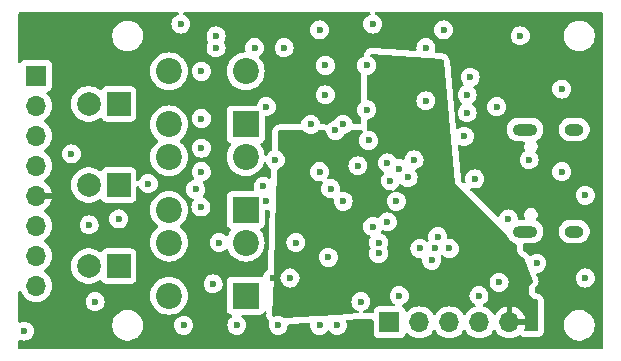
<source format=gbr>
%TF.GenerationSoftware,KiCad,Pcbnew,8.0.7*%
%TF.CreationDate,2025-04-15T10:47:43+02:00*%
%TF.ProjectId,colobus_hardware,636f6c6f-6275-4735-9f68-617264776172,rev?*%
%TF.SameCoordinates,Original*%
%TF.FileFunction,Copper,L3,Inr*%
%TF.FilePolarity,Positive*%
%FSLAX46Y46*%
G04 Gerber Fmt 4.6, Leading zero omitted, Abs format (unit mm)*
G04 Created by KiCad (PCBNEW 8.0.7) date 2025-04-15 10:47:43*
%MOMM*%
%LPD*%
G01*
G04 APERTURE LIST*
%TA.AperFunction,ComponentPad*%
%ADD10R,2.000000X2.000000*%
%TD*%
%TA.AperFunction,ComponentPad*%
%ADD11C,2.000000*%
%TD*%
%TA.AperFunction,ComponentPad*%
%ADD12R,2.200000X2.200000*%
%TD*%
%TA.AperFunction,ComponentPad*%
%ADD13C,2.200000*%
%TD*%
%TA.AperFunction,ComponentPad*%
%ADD14R,1.700000X1.700000*%
%TD*%
%TA.AperFunction,ComponentPad*%
%ADD15O,1.700000X1.700000*%
%TD*%
%TA.AperFunction,ComponentPad*%
%ADD16O,2.100000X1.000000*%
%TD*%
%TA.AperFunction,ComponentPad*%
%ADD17O,1.600000X1.000000*%
%TD*%
%TA.AperFunction,ViaPad*%
%ADD18C,0.600000*%
%TD*%
G04 APERTURE END LIST*
D10*
%TO.N,GND*%
%TO.C,D2*%
X109000000Y-108250000D03*
D11*
%TO.N,Net-(D2-A)*%
X106460000Y-108250000D03*
%TD*%
D12*
%TO.N,BTN3*%
%TO.C,Button3*%
X119750000Y-124500000D03*
D13*
%TO.N,GND*%
X119750000Y-120000000D03*
%TO.N,N/C*%
X113250000Y-124500000D03*
X113250000Y-120000000D03*
%TD*%
D10*
%TO.N,GND*%
%TO.C,D4*%
X109000000Y-122000000D03*
D11*
%TO.N,Net-(D4-A)*%
X106460000Y-122000000D03*
%TD*%
D14*
%TO.N,GND*%
%TO.C,J3*%
X102000000Y-105875000D03*
D15*
%TO.N,L0p*%
X102000000Y-108415000D03*
%TO.N,L0n*%
X102000000Y-110955000D03*
%TO.N,ID0*%
X102000000Y-113495000D03*
%TO.N,5V*%
X102000000Y-116035000D03*
%TO.N,L1n*%
X102000000Y-118575000D03*
%TO.N,L1p*%
X102000000Y-121115000D03*
%TO.N,ID1*%
X102000000Y-123655000D03*
%TD*%
D12*
%TO.N,BTN2*%
%TO.C,Button2*%
X119750000Y-117250000D03*
D13*
%TO.N,GND*%
X119750000Y-112750000D03*
%TO.N,N/C*%
X113250000Y-117250000D03*
X113250000Y-112750000D03*
%TD*%
D12*
%TO.N,BTN1*%
%TO.C,Button1*%
X119750000Y-110000000D03*
D13*
%TO.N,GND*%
X119750000Y-105500000D03*
%TO.N,N/C*%
X113250000Y-110000000D03*
X113250000Y-105500000D03*
%TD*%
D14*
%TO.N,GND*%
%TO.C,J1*%
X131925000Y-126750000D03*
D15*
%TO.N,SWDCLK*%
X134465000Y-126750000D03*
%TO.N,SWDIO*%
X137005000Y-126750000D03*
%TO.N,~{RESET}*%
X139545000Y-126750000D03*
%TO.N,+3V3*%
X142085000Y-126750000D03*
%TD*%
D16*
%TO.N,GND*%
%TO.C,J2*%
X143395000Y-119070000D03*
D17*
X147575000Y-119070000D03*
D16*
X143395000Y-110430000D03*
D17*
X147575000Y-110430000D03*
%TD*%
D10*
%TO.N,GND*%
%TO.C,D3*%
X109000000Y-115125000D03*
D11*
%TO.N,Net-(D3-A)*%
X106460000Y-115125000D03*
%TD*%
D18*
%TO.N,GND*%
X142000000Y-118000000D03*
%TO.N,L0n*%
X131000000Y-120000000D03*
%TO.N,L0p*%
X131000000Y-120924314D03*
%TO.N,GND*%
X146500000Y-107000000D03*
X138750000Y-106000000D03*
X101000000Y-127500000D03*
X144400000Y-121750000D03*
X126500000Y-105000000D03*
X121500000Y-108500000D03*
X116000000Y-105500000D03*
X106500000Y-118500000D03*
X135000000Y-108000000D03*
X114500000Y-127000000D03*
X136000000Y-119500000D03*
X126000000Y-102000000D03*
X122500000Y-127000000D03*
X116000000Y-112000000D03*
X139500000Y-124500000D03*
X134500000Y-120500000D03*
X136500000Y-102000000D03*
X124000000Y-120000000D03*
X115959720Y-116986234D03*
X117500000Y-120000000D03*
X126500000Y-107500000D03*
X105000000Y-112500000D03*
X148500000Y-123000000D03*
X130000000Y-105000000D03*
X119000000Y-127000000D03*
X146500000Y-114000000D03*
X138500000Y-107500000D03*
X117000000Y-123500000D03*
X129500000Y-125000000D03*
X130500000Y-101500000D03*
X126000000Y-127000000D03*
X137000000Y-120500000D03*
X126750000Y-121250000D03*
X128000000Y-116500000D03*
X107000000Y-125000000D03*
X148500000Y-116000000D03*
X135500000Y-121500000D03*
X114265479Y-101493762D03*
X127500000Y-127000000D03*
X116000000Y-109500000D03*
X139137499Y-114612501D03*
X134000000Y-113000000D03*
X123500000Y-123000000D03*
X133500000Y-114490000D03*
X141200000Y-123367500D03*
X126950000Y-115437500D03*
X141000000Y-108500000D03*
X138500000Y-109000000D03*
X143000000Y-102500000D03*
X126000000Y-114000000D03*
%TO.N,BTN1*%
X121250000Y-115250000D03*
%TO.N,BTN3*%
X121500163Y-116449998D03*
%TO.N,+3V3*%
X122020000Y-122980000D03*
X142000000Y-120500000D03*
X137500000Y-116000000D03*
X126529430Y-117720570D03*
X133500000Y-117000000D03*
X135000000Y-106500000D03*
X135000000Y-124500000D03*
X140500000Y-121500000D03*
X123512500Y-111512500D03*
%TO.N,5V*%
X146438749Y-122938749D03*
X143500000Y-120500000D03*
X141750000Y-117000000D03*
X104500000Y-125500000D03*
X145750000Y-120500000D03*
X101500000Y-101500000D03*
X104000000Y-117500000D03*
X144500000Y-124025000D03*
X104000000Y-115000000D03*
X146500000Y-121500000D03*
X141281170Y-111750000D03*
X139250000Y-111750000D03*
%TO.N,~{RESET}*%
X132750000Y-124500000D03*
%TO.N,Net-(J2-CC2)*%
X138260000Y-111010000D03*
X143750000Y-113000000D03*
%TO.N,L0p*%
X117240000Y-102500000D03*
%TO.N,L1n*%
X122250000Y-113000000D03*
X116000000Y-114000000D03*
%TO.N,L0n*%
X117240000Y-103500000D03*
%TO.N,ID0*%
X115500000Y-115500000D03*
X111500000Y-115000000D03*
%TO.N,LED1*%
X132500000Y-116500000D03*
X135000000Y-103500000D03*
%TO.N,LED2*%
X120500000Y-103500000D03*
X132000000Y-114750000D03*
%TO.N,LED3*%
X132750000Y-113750000D03*
X123000000Y-103500000D03*
%TO.N,LED4*%
X131750000Y-113250000D03*
X109000000Y-118000000D03*
%TO.N,+1V1*%
X130150000Y-111350000D03*
X129250000Y-113500000D03*
%TO.N,PICO_D_N*%
X128000000Y-110000000D03*
X131750000Y-118250000D03*
%TO.N,PICO_D_P*%
X130500000Y-118640002D03*
X127350000Y-110500000D03*
%TO.N,Net-(U1-QSPI_SD0)*%
X125250000Y-110000000D03*
X130000000Y-108750000D03*
%TO.N,GND*%
X135750000Y-120500000D03*
%TD*%
%TA.AperFunction,Conductor*%
%TO.N,+3V3*%
G36*
X130389789Y-104029983D02*
G01*
X136395961Y-104491997D01*
X136461294Y-104516766D01*
X136502864Y-104572923D01*
X136509892Y-104603876D01*
X137499999Y-114999998D01*
X137499999Y-114999999D01*
X141880436Y-119380436D01*
X141907316Y-119420664D01*
X141958366Y-119543911D01*
X141958371Y-119543920D01*
X142067860Y-119707781D01*
X142067863Y-119707785D01*
X142207217Y-119847139D01*
X142241707Y-119870184D01*
X142371086Y-119956632D01*
X142475786Y-120000000D01*
X142494333Y-120007682D01*
X142534562Y-120034562D01*
X142687043Y-120187043D01*
X142720528Y-120248366D01*
X142716407Y-120315670D01*
X142714631Y-120320746D01*
X142694435Y-120499996D01*
X142694435Y-120500003D01*
X142714630Y-120679249D01*
X142714631Y-120679254D01*
X142774211Y-120849523D01*
X142821203Y-120924310D01*
X142870184Y-121002262D01*
X142997738Y-121129816D01*
X143150478Y-121225789D01*
X143235776Y-121255636D01*
X143292551Y-121296356D01*
X143310926Y-121329138D01*
X144033821Y-123256858D01*
X144038929Y-123326540D01*
X144005552Y-123387923D01*
X144000266Y-123392655D01*
X143870184Y-123522737D01*
X143774211Y-123675476D01*
X143714631Y-123845745D01*
X143714630Y-123845750D01*
X143694435Y-124024996D01*
X143694435Y-124025003D01*
X143714630Y-124204249D01*
X143714631Y-124204254D01*
X143774211Y-124374523D01*
X143851632Y-124497737D01*
X143870184Y-124527262D01*
X143997738Y-124654816D01*
X144150478Y-124750789D01*
X144320745Y-124810368D01*
X144320749Y-124810369D01*
X144389883Y-124818158D01*
X144454297Y-124845224D01*
X144493852Y-124902818D01*
X144500000Y-124941378D01*
X144500000Y-127376000D01*
X144480315Y-127443039D01*
X144427511Y-127488794D01*
X144376000Y-127500000D01*
X143419470Y-127500000D01*
X143352431Y-127480315D01*
X143306676Y-127427511D01*
X143296732Y-127358353D01*
X143307088Y-127323595D01*
X143358430Y-127213492D01*
X143358432Y-127213486D01*
X143415636Y-127000000D01*
X142518012Y-127000000D01*
X142550925Y-126942993D01*
X142585000Y-126815826D01*
X142585000Y-126684174D01*
X142550925Y-126557007D01*
X142518012Y-126500000D01*
X143415636Y-126500000D01*
X143415635Y-126499999D01*
X143358432Y-126286513D01*
X143358429Y-126286507D01*
X143258600Y-126072422D01*
X143258599Y-126072420D01*
X143123113Y-125878926D01*
X143123108Y-125878920D01*
X142956082Y-125711894D01*
X142762578Y-125576399D01*
X142548492Y-125476570D01*
X142548486Y-125476567D01*
X142335000Y-125419364D01*
X142335000Y-126316988D01*
X142277993Y-126284075D01*
X142150826Y-126250000D01*
X142019174Y-126250000D01*
X141892007Y-126284075D01*
X141835000Y-126316988D01*
X141835000Y-125419364D01*
X141834999Y-125419364D01*
X141621513Y-125476567D01*
X141621507Y-125476570D01*
X141407422Y-125576399D01*
X141407420Y-125576400D01*
X141213926Y-125711886D01*
X141213920Y-125711891D01*
X141046891Y-125878920D01*
X141046890Y-125878922D01*
X140916880Y-126064595D01*
X140862303Y-126108219D01*
X140792804Y-126115412D01*
X140730450Y-126083890D01*
X140713730Y-126064594D01*
X140583494Y-125878597D01*
X140416402Y-125711506D01*
X140416395Y-125711501D01*
X140222834Y-125575967D01*
X140222830Y-125575965D01*
X140222828Y-125575964D01*
X140008663Y-125476097D01*
X140008659Y-125476096D01*
X140008655Y-125476094D01*
X139892354Y-125444932D01*
X139832693Y-125408567D01*
X139802164Y-125345720D01*
X139810459Y-125276345D01*
X139854944Y-125222467D01*
X139858456Y-125220175D01*
X140002262Y-125129816D01*
X140129816Y-125002262D01*
X140225789Y-124849522D01*
X140285368Y-124679255D01*
X140288122Y-124654815D01*
X140305565Y-124500003D01*
X140305565Y-124499996D01*
X140285369Y-124320750D01*
X140285368Y-124320745D01*
X140241170Y-124194435D01*
X140225789Y-124150478D01*
X140129816Y-123997738D01*
X140002262Y-123870184D01*
X139899422Y-123805565D01*
X139849523Y-123774211D01*
X139679254Y-123714631D01*
X139679249Y-123714630D01*
X139500004Y-123694435D01*
X139499996Y-123694435D01*
X139320750Y-123714630D01*
X139320745Y-123714631D01*
X139150476Y-123774211D01*
X138997737Y-123870184D01*
X138870184Y-123997737D01*
X138774211Y-124150476D01*
X138714631Y-124320745D01*
X138714630Y-124320750D01*
X138694435Y-124499996D01*
X138694435Y-124500003D01*
X138714630Y-124679249D01*
X138714631Y-124679254D01*
X138774211Y-124849523D01*
X138807699Y-124902818D01*
X138870184Y-125002262D01*
X138997738Y-125129816D01*
X139150478Y-125225789D01*
X139150483Y-125225792D01*
X139156753Y-125228812D01*
X139155657Y-125231086D01*
X139202949Y-125265008D01*
X139228694Y-125329961D01*
X139215236Y-125398522D01*
X139166847Y-125448924D01*
X139137310Y-125461099D01*
X139081341Y-125476095D01*
X139081335Y-125476098D01*
X138867171Y-125575964D01*
X138867169Y-125575965D01*
X138673597Y-125711505D01*
X138506505Y-125878597D01*
X138376575Y-126064158D01*
X138321998Y-126107783D01*
X138252500Y-126114977D01*
X138190145Y-126083454D01*
X138173425Y-126064158D01*
X138043494Y-125878597D01*
X137876402Y-125711506D01*
X137876395Y-125711501D01*
X137682834Y-125575967D01*
X137682830Y-125575965D01*
X137682828Y-125575964D01*
X137468663Y-125476097D01*
X137468659Y-125476096D01*
X137468655Y-125476094D01*
X137240413Y-125414938D01*
X137240403Y-125414936D01*
X137005001Y-125394341D01*
X137004999Y-125394341D01*
X136769596Y-125414936D01*
X136769586Y-125414938D01*
X136541344Y-125476094D01*
X136541335Y-125476098D01*
X136327171Y-125575964D01*
X136327169Y-125575965D01*
X136133597Y-125711505D01*
X135966505Y-125878597D01*
X135836575Y-126064158D01*
X135781998Y-126107783D01*
X135712500Y-126114977D01*
X135650145Y-126083454D01*
X135633425Y-126064158D01*
X135503494Y-125878597D01*
X135336402Y-125711506D01*
X135336395Y-125711501D01*
X135142834Y-125575967D01*
X135142830Y-125575965D01*
X135142828Y-125575964D01*
X134928663Y-125476097D01*
X134928659Y-125476096D01*
X134928655Y-125476094D01*
X134700413Y-125414938D01*
X134700403Y-125414936D01*
X134465001Y-125394341D01*
X134464999Y-125394341D01*
X134229596Y-125414936D01*
X134229586Y-125414938D01*
X134001344Y-125476094D01*
X134001335Y-125476098D01*
X133787171Y-125575964D01*
X133787169Y-125575965D01*
X133593600Y-125711503D01*
X133471673Y-125833430D01*
X133410350Y-125866914D01*
X133340658Y-125861930D01*
X133284725Y-125820058D01*
X133267810Y-125789081D01*
X133218797Y-125657671D01*
X133218793Y-125657664D01*
X133132547Y-125542455D01*
X133132544Y-125542452D01*
X133020045Y-125458235D01*
X132978174Y-125402302D01*
X132973190Y-125332610D01*
X133006675Y-125271287D01*
X133053402Y-125241927D01*
X133099522Y-125225789D01*
X133252262Y-125129816D01*
X133379816Y-125002262D01*
X133475789Y-124849522D01*
X133535368Y-124679255D01*
X133538122Y-124654815D01*
X133555565Y-124500003D01*
X133555565Y-124499996D01*
X133535369Y-124320750D01*
X133535368Y-124320745D01*
X133491170Y-124194435D01*
X133475789Y-124150478D01*
X133379816Y-123997738D01*
X133252262Y-123870184D01*
X133149422Y-123805565D01*
X133099523Y-123774211D01*
X132929254Y-123714631D01*
X132929249Y-123714630D01*
X132750004Y-123694435D01*
X132749996Y-123694435D01*
X132570750Y-123714630D01*
X132570745Y-123714631D01*
X132400476Y-123774211D01*
X132247737Y-123870184D01*
X132120184Y-123997737D01*
X132024211Y-124150476D01*
X131964631Y-124320745D01*
X131964630Y-124320750D01*
X131944435Y-124499996D01*
X131944435Y-124500003D01*
X131964630Y-124679249D01*
X131964631Y-124679254D01*
X132024211Y-124849523D01*
X132057699Y-124902818D01*
X132120184Y-125002262D01*
X132247738Y-125129816D01*
X132312496Y-125170506D01*
X132358787Y-125222841D01*
X132369435Y-125291894D01*
X132341060Y-125355743D01*
X132282670Y-125394115D01*
X132246524Y-125399500D01*
X131027129Y-125399500D01*
X131027123Y-125399501D01*
X130967516Y-125405908D01*
X130832671Y-125456202D01*
X130832664Y-125456206D01*
X130717455Y-125542452D01*
X130717452Y-125542455D01*
X130631206Y-125657664D01*
X130631202Y-125657671D01*
X130580908Y-125792517D01*
X130574501Y-125852116D01*
X130574500Y-125852135D01*
X130574500Y-125876000D01*
X130554815Y-125943039D01*
X130502011Y-125988794D01*
X130450500Y-126000000D01*
X129795685Y-126000000D01*
X129728646Y-125980315D01*
X129682891Y-125927511D01*
X129672947Y-125858353D01*
X129701972Y-125794797D01*
X129754731Y-125758958D01*
X129788607Y-125747103D01*
X129849522Y-125725789D01*
X130002262Y-125629816D01*
X130129816Y-125502262D01*
X130225789Y-125349522D01*
X130285368Y-125179255D01*
X130286354Y-125170506D01*
X130305565Y-125000003D01*
X130305565Y-124999996D01*
X130285369Y-124820750D01*
X130285368Y-124820745D01*
X130260889Y-124750788D01*
X130225789Y-124650478D01*
X130129816Y-124497738D01*
X130002262Y-124370184D01*
X129849523Y-124274211D01*
X129679254Y-124214631D01*
X129679249Y-124214630D01*
X129500004Y-124194435D01*
X129499996Y-124194435D01*
X129320750Y-124214630D01*
X129320745Y-124214631D01*
X129150476Y-124274211D01*
X128997737Y-124370184D01*
X128870184Y-124497737D01*
X128774211Y-124650476D01*
X128714631Y-124820745D01*
X128714630Y-124820750D01*
X128694435Y-124999996D01*
X128694435Y-125000003D01*
X128714630Y-125179249D01*
X128714631Y-125179254D01*
X128774211Y-125349523D01*
X128853742Y-125476095D01*
X128870184Y-125502262D01*
X128997738Y-125629816D01*
X129128364Y-125711894D01*
X129150478Y-125725789D01*
X129245269Y-125758958D01*
X129302046Y-125799680D01*
X129327793Y-125864633D01*
X129314337Y-125933194D01*
X129265950Y-125983597D01*
X129204315Y-126000000D01*
X129000003Y-126000000D01*
X129000000Y-126000000D01*
X128588460Y-126029395D01*
X126119202Y-126205770D01*
X126096484Y-126205305D01*
X126000003Y-126194435D01*
X125999996Y-126194435D01*
X125820751Y-126214630D01*
X125820745Y-126214632D01*
X125791627Y-126224820D01*
X125759511Y-126231462D01*
X123113083Y-126420493D01*
X123044811Y-126405635D01*
X123016567Y-126384489D01*
X123002262Y-126370184D01*
X122849523Y-126274211D01*
X122679254Y-126214631D01*
X122679249Y-126214630D01*
X122500004Y-126194435D01*
X122499996Y-126194435D01*
X122320750Y-126214630D01*
X122320745Y-126214631D01*
X122176007Y-126265278D01*
X122106228Y-126268839D01*
X122045600Y-126234110D01*
X122013373Y-126172117D01*
X122011113Y-126144368D01*
X122109375Y-122999996D01*
X122694435Y-122999996D01*
X122694435Y-123000003D01*
X122714630Y-123179249D01*
X122714631Y-123179254D01*
X122774211Y-123349523D01*
X122785507Y-123367500D01*
X122870184Y-123502262D01*
X122997738Y-123629816D01*
X123070409Y-123675478D01*
X123132721Y-123714632D01*
X123150478Y-123725789D01*
X123288860Y-123774211D01*
X123320745Y-123785368D01*
X123320750Y-123785369D01*
X123499996Y-123805565D01*
X123500000Y-123805565D01*
X123500004Y-123805565D01*
X123679249Y-123785369D01*
X123679252Y-123785368D01*
X123679255Y-123785368D01*
X123849522Y-123725789D01*
X124002262Y-123629816D01*
X124129816Y-123502262D01*
X124214495Y-123367496D01*
X140394435Y-123367496D01*
X140394435Y-123367503D01*
X140414630Y-123546749D01*
X140414631Y-123546754D01*
X140474211Y-123717023D01*
X140517156Y-123785369D01*
X140570184Y-123869762D01*
X140697738Y-123997316D01*
X140850478Y-124093289D01*
X141013909Y-124150476D01*
X141020745Y-124152868D01*
X141020750Y-124152869D01*
X141199996Y-124173065D01*
X141200000Y-124173065D01*
X141200004Y-124173065D01*
X141379249Y-124152869D01*
X141379252Y-124152868D01*
X141379255Y-124152868D01*
X141549522Y-124093289D01*
X141702262Y-123997316D01*
X141829816Y-123869762D01*
X141925789Y-123717022D01*
X141985368Y-123546755D01*
X142005565Y-123367500D01*
X142003539Y-123349523D01*
X141985369Y-123188250D01*
X141985368Y-123188245D01*
X141925788Y-123017976D01*
X141829815Y-122865237D01*
X141702262Y-122737684D01*
X141549523Y-122641711D01*
X141379254Y-122582131D01*
X141379249Y-122582130D01*
X141200004Y-122561935D01*
X141199996Y-122561935D01*
X141020750Y-122582130D01*
X141020745Y-122582131D01*
X140850476Y-122641711D01*
X140697737Y-122737684D01*
X140570184Y-122865237D01*
X140474211Y-123017976D01*
X140414631Y-123188245D01*
X140414630Y-123188250D01*
X140394435Y-123367496D01*
X124214495Y-123367496D01*
X124225789Y-123349522D01*
X124285368Y-123179255D01*
X124285369Y-123179249D01*
X124305565Y-123000003D01*
X124305565Y-122999996D01*
X124285369Y-122820750D01*
X124285368Y-122820745D01*
X124225788Y-122650476D01*
X124166151Y-122555565D01*
X124129816Y-122497738D01*
X124002262Y-122370184D01*
X123899422Y-122305565D01*
X123849523Y-122274211D01*
X123679254Y-122214631D01*
X123679249Y-122214630D01*
X123500004Y-122194435D01*
X123499996Y-122194435D01*
X123320750Y-122214630D01*
X123320745Y-122214631D01*
X123150476Y-122274211D01*
X122997737Y-122370184D01*
X122870184Y-122497737D01*
X122774211Y-122650476D01*
X122714631Y-122820745D01*
X122714630Y-122820750D01*
X122694435Y-122999996D01*
X122109375Y-122999996D01*
X122164063Y-121249996D01*
X125944435Y-121249996D01*
X125944435Y-121250003D01*
X125964630Y-121429249D01*
X125964631Y-121429254D01*
X126024211Y-121599523D01*
X126093429Y-121709682D01*
X126120184Y-121752262D01*
X126247738Y-121879816D01*
X126400478Y-121975789D01*
X126570745Y-122035368D01*
X126570750Y-122035369D01*
X126749996Y-122055565D01*
X126750000Y-122055565D01*
X126750004Y-122055565D01*
X126929249Y-122035369D01*
X126929252Y-122035368D01*
X126929255Y-122035368D01*
X127099522Y-121975789D01*
X127252262Y-121879816D01*
X127379816Y-121752262D01*
X127475789Y-121599522D01*
X127535368Y-121429255D01*
X127535814Y-121425298D01*
X127555565Y-121250003D01*
X127555565Y-121249996D01*
X127535369Y-121070750D01*
X127535368Y-121070745D01*
X127511405Y-121002262D01*
X127475789Y-120900478D01*
X127379816Y-120747738D01*
X127252262Y-120620184D01*
X127180026Y-120574795D01*
X127099523Y-120524211D01*
X126929254Y-120464631D01*
X126929249Y-120464630D01*
X126750004Y-120444435D01*
X126749996Y-120444435D01*
X126570750Y-120464630D01*
X126570745Y-120464631D01*
X126400476Y-120524211D01*
X126247737Y-120620184D01*
X126120184Y-120747737D01*
X126024211Y-120900476D01*
X125964631Y-121070745D01*
X125964630Y-121070750D01*
X125944435Y-121249996D01*
X122164063Y-121249996D01*
X122203125Y-119999996D01*
X123194435Y-119999996D01*
X123194435Y-120000003D01*
X123214630Y-120179249D01*
X123214631Y-120179254D01*
X123274211Y-120349523D01*
X123303531Y-120396185D01*
X123370184Y-120502262D01*
X123497738Y-120629816D01*
X123650478Y-120725789D01*
X123705563Y-120745064D01*
X123820745Y-120785368D01*
X123820750Y-120785369D01*
X123999996Y-120805565D01*
X124000000Y-120805565D01*
X124000004Y-120805565D01*
X124179249Y-120785369D01*
X124179252Y-120785368D01*
X124179255Y-120785368D01*
X124349522Y-120725789D01*
X124502262Y-120629816D01*
X124629816Y-120502262D01*
X124725789Y-120349522D01*
X124785368Y-120179255D01*
X124785369Y-120179249D01*
X124805565Y-120000003D01*
X124805565Y-119999996D01*
X124785369Y-119820750D01*
X124785368Y-119820745D01*
X124768197Y-119771674D01*
X124725789Y-119650478D01*
X124725786Y-119650474D01*
X124678174Y-119574699D01*
X124629816Y-119497738D01*
X124502262Y-119370184D01*
X124488975Y-119361835D01*
X124349523Y-119274211D01*
X124179254Y-119214631D01*
X124179249Y-119214630D01*
X124000004Y-119194435D01*
X123999996Y-119194435D01*
X123820750Y-119214630D01*
X123820745Y-119214631D01*
X123650476Y-119274211D01*
X123497737Y-119370184D01*
X123370184Y-119497737D01*
X123274211Y-119650476D01*
X123214631Y-119820745D01*
X123214630Y-119820750D01*
X123194435Y-119999996D01*
X122203125Y-119999996D01*
X122245625Y-118639998D01*
X129694435Y-118639998D01*
X129694435Y-118640005D01*
X129714630Y-118819251D01*
X129714631Y-118819256D01*
X129774211Y-118989525D01*
X129864419Y-119133089D01*
X129870184Y-119142264D01*
X129997738Y-119269818D01*
X130078788Y-119320745D01*
X130150478Y-119365791D01*
X130251782Y-119401239D01*
X130308559Y-119441961D01*
X130334306Y-119506914D01*
X130320850Y-119575475D01*
X130315822Y-119584252D01*
X130274212Y-119650474D01*
X130214631Y-119820745D01*
X130214630Y-119820750D01*
X130194435Y-119999996D01*
X130194435Y-120000003D01*
X130214630Y-120179249D01*
X130214633Y-120179262D01*
X130274209Y-120349518D01*
X130274211Y-120349522D01*
X130303531Y-120396185D01*
X130322531Y-120463422D01*
X130303531Y-120528129D01*
X130274211Y-120574791D01*
X130274209Y-120574795D01*
X130214633Y-120745051D01*
X130214630Y-120745064D01*
X130194435Y-120924310D01*
X130194435Y-120924317D01*
X130214630Y-121103563D01*
X130214631Y-121103568D01*
X130274211Y-121273837D01*
X130369381Y-121425298D01*
X130370184Y-121426576D01*
X130497738Y-121554130D01*
X130650478Y-121650103D01*
X130733787Y-121679254D01*
X130820745Y-121709682D01*
X130820750Y-121709683D01*
X130999996Y-121729879D01*
X131000000Y-121729879D01*
X131000004Y-121729879D01*
X131179249Y-121709683D01*
X131179252Y-121709682D01*
X131179255Y-121709682D01*
X131349522Y-121650103D01*
X131502262Y-121554130D01*
X131629816Y-121426576D01*
X131725789Y-121273836D01*
X131785368Y-121103569D01*
X131789066Y-121070750D01*
X131805565Y-120924317D01*
X131805565Y-120924310D01*
X131785369Y-120745064D01*
X131785368Y-120745059D01*
X131725788Y-120574789D01*
X131696469Y-120528130D01*
X131688518Y-120499996D01*
X133694435Y-120499996D01*
X133694435Y-120500003D01*
X133714630Y-120679249D01*
X133714631Y-120679254D01*
X133774211Y-120849523D01*
X133821203Y-120924310D01*
X133870184Y-121002262D01*
X133997738Y-121129816D01*
X134150478Y-121225789D01*
X134287791Y-121273837D01*
X134320745Y-121285368D01*
X134320750Y-121285369D01*
X134499996Y-121305565D01*
X134500000Y-121305565D01*
X134500002Y-121305565D01*
X134529449Y-121302246D01*
X134564610Y-121298285D01*
X134633432Y-121310339D01*
X134684811Y-121357688D01*
X134702436Y-121425298D01*
X134701714Y-121435388D01*
X134694435Y-121499995D01*
X134694435Y-121500003D01*
X134714630Y-121679249D01*
X134714631Y-121679254D01*
X134774211Y-121849523D01*
X134853549Y-121975788D01*
X134870184Y-122002262D01*
X134997738Y-122129816D01*
X135088080Y-122186582D01*
X135132721Y-122214632D01*
X135150478Y-122225789D01*
X135288860Y-122274211D01*
X135320745Y-122285368D01*
X135320750Y-122285369D01*
X135499996Y-122305565D01*
X135500000Y-122305565D01*
X135500004Y-122305565D01*
X135679249Y-122285369D01*
X135679252Y-122285368D01*
X135679255Y-122285368D01*
X135849522Y-122225789D01*
X136002262Y-122129816D01*
X136129816Y-122002262D01*
X136225789Y-121849522D01*
X136285368Y-121679255D01*
X136299466Y-121554130D01*
X136305565Y-121500003D01*
X136305565Y-121499996D01*
X136285369Y-121320750D01*
X136285367Y-121320740D01*
X136253029Y-121228326D01*
X136249466Y-121158547D01*
X136282389Y-121099689D01*
X136287319Y-121094759D01*
X136348642Y-121061274D01*
X136418334Y-121066258D01*
X136462681Y-121094759D01*
X136497738Y-121129816D01*
X136650478Y-121225789D01*
X136787791Y-121273837D01*
X136820745Y-121285368D01*
X136820750Y-121285369D01*
X136999996Y-121305565D01*
X137000000Y-121305565D01*
X137000004Y-121305565D01*
X137179249Y-121285369D01*
X137179252Y-121285368D01*
X137179255Y-121285368D01*
X137349522Y-121225789D01*
X137502262Y-121129816D01*
X137629816Y-121002262D01*
X137725789Y-120849522D01*
X137785368Y-120679255D01*
X137785369Y-120679249D01*
X137805565Y-120500003D01*
X137805565Y-120499996D01*
X137785369Y-120320750D01*
X137785368Y-120320745D01*
X137760041Y-120248366D01*
X137725789Y-120150478D01*
X137629816Y-119997738D01*
X137502262Y-119870184D01*
X137456537Y-119841453D01*
X137349523Y-119774211D01*
X137179254Y-119714631D01*
X137179249Y-119714630D01*
X137000004Y-119694435D01*
X136999996Y-119694435D01*
X136935388Y-119701714D01*
X136866566Y-119689659D01*
X136815187Y-119642310D01*
X136797563Y-119574699D01*
X136798285Y-119564610D01*
X136805565Y-119500002D01*
X136805565Y-119499996D01*
X136785369Y-119320750D01*
X136785368Y-119320745D01*
X136767548Y-119269818D01*
X136725789Y-119150478D01*
X136629816Y-118997738D01*
X136502262Y-118870184D01*
X136349523Y-118774211D01*
X136179254Y-118714631D01*
X136179249Y-118714630D01*
X136000004Y-118694435D01*
X135999996Y-118694435D01*
X135820750Y-118714630D01*
X135820745Y-118714631D01*
X135650476Y-118774211D01*
X135497737Y-118870184D01*
X135370184Y-118997737D01*
X135274211Y-119150476D01*
X135214631Y-119320745D01*
X135214630Y-119320750D01*
X135194435Y-119499996D01*
X135194435Y-119500003D01*
X135214630Y-119679249D01*
X135214633Y-119679262D01*
X135246970Y-119771674D01*
X135250532Y-119841453D01*
X135217610Y-119900310D01*
X135212680Y-119905240D01*
X135151357Y-119938725D01*
X135081665Y-119933741D01*
X135037318Y-119905240D01*
X135002262Y-119870184D01*
X134849523Y-119774211D01*
X134679254Y-119714631D01*
X134679249Y-119714630D01*
X134500004Y-119694435D01*
X134499996Y-119694435D01*
X134320750Y-119714630D01*
X134320745Y-119714631D01*
X134150476Y-119774211D01*
X133997737Y-119870184D01*
X133870184Y-119997737D01*
X133774211Y-120150476D01*
X133714631Y-120320745D01*
X133714630Y-120320750D01*
X133694435Y-120499996D01*
X131688518Y-120499996D01*
X131677468Y-120460894D01*
X131696469Y-120396184D01*
X131725788Y-120349524D01*
X131725790Y-120349518D01*
X131785368Y-120179255D01*
X131785369Y-120179249D01*
X131805565Y-120000003D01*
X131805565Y-119999996D01*
X131785369Y-119820750D01*
X131785368Y-119820745D01*
X131768197Y-119771674D01*
X131725789Y-119650478D01*
X131725786Y-119650474D01*
X131678174Y-119574699D01*
X131629816Y-119497738D01*
X131502262Y-119370184D01*
X131488975Y-119361835D01*
X131349521Y-119274210D01*
X131248217Y-119238763D01*
X131191441Y-119198041D01*
X131165693Y-119133089D01*
X131179149Y-119064527D01*
X131184177Y-119055750D01*
X131215451Y-119005977D01*
X131267785Y-118959685D01*
X131336838Y-118949036D01*
X131386418Y-118966955D01*
X131400475Y-118975788D01*
X131570745Y-119035368D01*
X131570750Y-119035369D01*
X131749996Y-119055565D01*
X131750000Y-119055565D01*
X131750004Y-119055565D01*
X131929249Y-119035369D01*
X131929252Y-119035368D01*
X131929255Y-119035368D01*
X132099522Y-118975789D01*
X132252262Y-118879816D01*
X132379816Y-118752262D01*
X132475789Y-118599522D01*
X132535368Y-118429255D01*
X132551004Y-118290480D01*
X132555565Y-118250003D01*
X132555565Y-118249996D01*
X132535369Y-118070750D01*
X132535368Y-118070745D01*
X132510613Y-118000000D01*
X132475789Y-117900478D01*
X132451696Y-117862135D01*
X132425689Y-117820745D01*
X132379816Y-117747738D01*
X132252262Y-117620184D01*
X132099523Y-117524211D01*
X131929254Y-117464631D01*
X131929249Y-117464630D01*
X131750004Y-117444435D01*
X131749996Y-117444435D01*
X131570750Y-117464630D01*
X131570745Y-117464631D01*
X131400476Y-117524211D01*
X131247737Y-117620184D01*
X131120182Y-117747739D01*
X131034547Y-117884026D01*
X130982212Y-117930316D01*
X130913159Y-117940964D01*
X130863583Y-117923047D01*
X130849525Y-117914214D01*
X130679254Y-117854633D01*
X130679249Y-117854632D01*
X130500004Y-117834437D01*
X130499996Y-117834437D01*
X130320750Y-117854632D01*
X130320745Y-117854633D01*
X130150476Y-117914213D01*
X129997737Y-118010186D01*
X129870184Y-118137739D01*
X129774211Y-118290478D01*
X129714631Y-118460747D01*
X129714630Y-118460752D01*
X129694435Y-118639998D01*
X122245625Y-118639998D01*
X122390625Y-113999996D01*
X125194435Y-113999996D01*
X125194435Y-114000003D01*
X125214630Y-114179249D01*
X125214631Y-114179254D01*
X125274211Y-114349523D01*
X125326818Y-114433246D01*
X125370184Y-114502262D01*
X125497738Y-114629816D01*
X125650478Y-114725789D01*
X125719678Y-114750003D01*
X125820745Y-114785368D01*
X125820750Y-114785369D01*
X125999996Y-114805565D01*
X126000000Y-114805565D01*
X126000003Y-114805565D01*
X126122559Y-114791756D01*
X126176395Y-114785690D01*
X126245217Y-114797744D01*
X126296597Y-114845093D01*
X126314221Y-114912704D01*
X126295273Y-114974882D01*
X126224211Y-115087976D01*
X126164631Y-115258245D01*
X126164630Y-115258250D01*
X126144435Y-115437496D01*
X126144435Y-115437503D01*
X126164630Y-115616749D01*
X126164631Y-115616754D01*
X126224211Y-115787023D01*
X126276464Y-115870182D01*
X126320184Y-115939762D01*
X126447738Y-116067316D01*
X126600478Y-116163289D01*
X126747208Y-116214632D01*
X126770745Y-116222868D01*
X126770750Y-116222869D01*
X126949996Y-116243065D01*
X126950000Y-116243065D01*
X126950004Y-116243065D01*
X127072386Y-116229276D01*
X127141207Y-116241331D01*
X127192587Y-116288680D01*
X127210211Y-116356290D01*
X127209489Y-116366379D01*
X127194435Y-116499995D01*
X127194435Y-116500003D01*
X127214630Y-116679249D01*
X127214631Y-116679254D01*
X127274211Y-116849523D01*
X127368763Y-117000000D01*
X127370184Y-117002262D01*
X127497738Y-117129816D01*
X127650478Y-117225789D01*
X127820745Y-117285368D01*
X127820750Y-117285369D01*
X127999996Y-117305565D01*
X128000000Y-117305565D01*
X128000004Y-117305565D01*
X128179249Y-117285369D01*
X128179252Y-117285368D01*
X128179255Y-117285368D01*
X128349522Y-117225789D01*
X128502262Y-117129816D01*
X128629816Y-117002262D01*
X128725789Y-116849522D01*
X128785368Y-116679255D01*
X128785369Y-116679249D01*
X128805565Y-116500003D01*
X128805565Y-116499996D01*
X128785369Y-116320750D01*
X128785368Y-116320745D01*
X128769085Y-116274211D01*
X128725789Y-116150478D01*
X128629816Y-115997738D01*
X128502262Y-115870184D01*
X128502259Y-115870182D01*
X128349523Y-115774211D01*
X128179254Y-115714631D01*
X128179249Y-115714630D01*
X128000004Y-115694435D01*
X127999995Y-115694435D01*
X127877612Y-115708223D01*
X127808791Y-115696168D01*
X127757412Y-115648818D01*
X127739788Y-115581208D01*
X127740510Y-115571119D01*
X127755565Y-115437502D01*
X127755565Y-115437496D01*
X127735369Y-115258250D01*
X127735368Y-115258245D01*
X127720512Y-115215788D01*
X127675789Y-115087978D01*
X127647275Y-115042599D01*
X127620507Y-114999998D01*
X127579816Y-114935238D01*
X127452262Y-114807684D01*
X127416748Y-114785369D01*
X127299523Y-114711711D01*
X127129254Y-114652131D01*
X127129249Y-114652130D01*
X126950004Y-114631935D01*
X126949996Y-114631935D01*
X126773603Y-114651809D01*
X126704781Y-114639754D01*
X126653402Y-114592405D01*
X126635778Y-114524795D01*
X126654727Y-114462616D01*
X126725788Y-114349524D01*
X126739356Y-114310750D01*
X126785368Y-114179255D01*
X126785369Y-114179249D01*
X126805565Y-114000003D01*
X126805565Y-113999996D01*
X126785369Y-113820750D01*
X126785368Y-113820745D01*
X126768048Y-113771248D01*
X126725789Y-113650478D01*
X126631235Y-113499996D01*
X128444435Y-113499996D01*
X128444435Y-113500003D01*
X128464630Y-113679249D01*
X128464631Y-113679254D01*
X128524211Y-113849523D01*
X128547579Y-113886712D01*
X128620184Y-114002262D01*
X128747738Y-114129816D01*
X128900478Y-114225789D01*
X129006761Y-114262979D01*
X129070745Y-114285368D01*
X129070750Y-114285369D01*
X129249996Y-114305565D01*
X129250000Y-114305565D01*
X129250004Y-114305565D01*
X129429249Y-114285369D01*
X129429252Y-114285368D01*
X129429255Y-114285368D01*
X129599522Y-114225789D01*
X129752262Y-114129816D01*
X129879816Y-114002262D01*
X129975789Y-113849522D01*
X130035368Y-113679255D01*
X130035369Y-113679249D01*
X130055565Y-113500003D01*
X130055565Y-113499996D01*
X130035369Y-113320750D01*
X130035368Y-113320745D01*
X130010612Y-113249996D01*
X130944435Y-113249996D01*
X130944435Y-113250003D01*
X130964630Y-113429249D01*
X130964631Y-113429254D01*
X131024211Y-113599523D01*
X131103550Y-113725789D01*
X131120184Y-113752262D01*
X131247738Y-113879816D01*
X131250767Y-113881719D01*
X131400477Y-113975789D01*
X131406128Y-113978510D01*
X131457988Y-114025332D01*
X131476302Y-114092758D01*
X131455255Y-114159383D01*
X131440010Y-114177912D01*
X131370183Y-114247739D01*
X131274211Y-114400476D01*
X131214631Y-114570745D01*
X131214630Y-114570750D01*
X131194435Y-114749996D01*
X131194435Y-114750003D01*
X131214630Y-114929249D01*
X131214631Y-114929254D01*
X131274211Y-115099523D01*
X131347266Y-115215788D01*
X131370184Y-115252262D01*
X131497738Y-115379816D01*
X131650478Y-115475789D01*
X131744298Y-115508618D01*
X131820745Y-115535368D01*
X131820750Y-115535369D01*
X131999996Y-115555565D01*
X132000000Y-115555565D01*
X132000002Y-115555565D01*
X132047042Y-115550264D01*
X132067496Y-115547960D01*
X132136318Y-115560014D01*
X132187697Y-115607363D01*
X132205322Y-115674973D01*
X132183596Y-115741379D01*
X132147353Y-115776173D01*
X131997739Y-115870182D01*
X131870184Y-115997737D01*
X131774211Y-116150476D01*
X131714631Y-116320745D01*
X131714630Y-116320750D01*
X131694435Y-116499996D01*
X131694435Y-116500003D01*
X131714630Y-116679249D01*
X131714631Y-116679254D01*
X131774211Y-116849523D01*
X131868763Y-117000000D01*
X131870184Y-117002262D01*
X131997738Y-117129816D01*
X132150478Y-117225789D01*
X132320745Y-117285368D01*
X132320750Y-117285369D01*
X132499996Y-117305565D01*
X132500000Y-117305565D01*
X132500004Y-117305565D01*
X132679249Y-117285369D01*
X132679252Y-117285368D01*
X132679255Y-117285368D01*
X132849522Y-117225789D01*
X133002262Y-117129816D01*
X133129816Y-117002262D01*
X133225789Y-116849522D01*
X133285368Y-116679255D01*
X133285369Y-116679249D01*
X133305565Y-116500003D01*
X133305565Y-116499996D01*
X133285369Y-116320750D01*
X133285368Y-116320745D01*
X133269085Y-116274211D01*
X133225789Y-116150478D01*
X133129816Y-115997738D01*
X133002262Y-115870184D01*
X133002259Y-115870182D01*
X132849523Y-115774211D01*
X132679254Y-115714631D01*
X132679249Y-115714630D01*
X132500004Y-115694435D01*
X132499995Y-115694435D01*
X132432501Y-115702039D01*
X132363680Y-115689984D01*
X132312301Y-115642634D01*
X132294677Y-115575024D01*
X132316404Y-115508618D01*
X132352645Y-115473826D01*
X132502262Y-115379816D01*
X132629816Y-115252262D01*
X132725789Y-115099522D01*
X132725790Y-115099520D01*
X132725840Y-115099378D01*
X132725898Y-115099295D01*
X132728812Y-115093247D01*
X132729870Y-115093756D01*
X132766557Y-115042599D01*
X132831508Y-115016847D01*
X132900071Y-115030298D01*
X132930565Y-115052643D01*
X132997738Y-115119816D01*
X133150478Y-115215789D01*
X133271825Y-115258250D01*
X133320745Y-115275368D01*
X133320750Y-115275369D01*
X133499996Y-115295565D01*
X133500000Y-115295565D01*
X133500004Y-115295565D01*
X133679249Y-115275369D01*
X133679252Y-115275368D01*
X133679255Y-115275368D01*
X133849522Y-115215789D01*
X134002262Y-115119816D01*
X134129816Y-114992262D01*
X134225789Y-114839522D01*
X134285368Y-114669255D01*
X134285369Y-114669249D01*
X134305565Y-114490003D01*
X134305565Y-114489996D01*
X134285369Y-114310750D01*
X134285368Y-114310745D01*
X134263321Y-114247738D01*
X134225789Y-114140478D01*
X134213037Y-114120184D01*
X134138942Y-114002262D01*
X134129816Y-113987738D01*
X134129815Y-113987737D01*
X134125475Y-113982295D01*
X134127202Y-113980917D01*
X134098777Y-113928861D01*
X134103761Y-113859169D01*
X134145633Y-113803236D01*
X134178989Y-113785461D01*
X134179255Y-113785368D01*
X134349522Y-113725789D01*
X134502262Y-113629816D01*
X134629816Y-113502262D01*
X134725789Y-113349522D01*
X134785368Y-113179255D01*
X134785369Y-113179249D01*
X134805565Y-113000003D01*
X134805565Y-112999996D01*
X134785369Y-112820750D01*
X134785368Y-112820745D01*
X134725788Y-112650476D01*
X134666151Y-112555565D01*
X134629816Y-112497738D01*
X134502262Y-112370184D01*
X134349523Y-112274211D01*
X134179254Y-112214631D01*
X134179249Y-112214630D01*
X134000004Y-112194435D01*
X133999996Y-112194435D01*
X133820750Y-112214630D01*
X133820745Y-112214631D01*
X133650476Y-112274211D01*
X133497737Y-112370184D01*
X133370184Y-112497737D01*
X133274211Y-112650476D01*
X133214631Y-112820745D01*
X133214630Y-112820749D01*
X133205619Y-112900730D01*
X133178552Y-112965144D01*
X133120957Y-113004699D01*
X133051120Y-113006836D01*
X133041445Y-113003888D01*
X132929257Y-112964632D01*
X132929249Y-112964630D01*
X132750004Y-112944435D01*
X132749996Y-112944435D01*
X132597136Y-112961657D01*
X132528314Y-112949602D01*
X132478259Y-112904409D01*
X132456754Y-112870184D01*
X132379816Y-112747738D01*
X132252262Y-112620184D01*
X132149422Y-112555565D01*
X132099523Y-112524211D01*
X131929254Y-112464631D01*
X131929249Y-112464630D01*
X131750004Y-112444435D01*
X131749996Y-112444435D01*
X131570750Y-112464630D01*
X131570745Y-112464631D01*
X131400476Y-112524211D01*
X131247737Y-112620184D01*
X131120184Y-112747737D01*
X131024211Y-112900476D01*
X130964631Y-113070745D01*
X130964630Y-113070750D01*
X130944435Y-113249996D01*
X130010612Y-113249996D01*
X129991170Y-113194435D01*
X129975789Y-113150478D01*
X129879816Y-112997738D01*
X129752262Y-112870184D01*
X129599523Y-112774211D01*
X129429254Y-112714631D01*
X129429249Y-112714630D01*
X129250004Y-112694435D01*
X129249996Y-112694435D01*
X129070750Y-112714630D01*
X129070745Y-112714631D01*
X128900476Y-112774211D01*
X128747737Y-112870184D01*
X128620184Y-112997737D01*
X128524211Y-113150476D01*
X128464631Y-113320745D01*
X128464630Y-113320750D01*
X128444435Y-113499996D01*
X126631235Y-113499996D01*
X126629816Y-113497738D01*
X126502262Y-113370184D01*
X126469379Y-113349522D01*
X126349523Y-113274211D01*
X126179254Y-113214631D01*
X126179249Y-113214630D01*
X126000004Y-113194435D01*
X125999996Y-113194435D01*
X125820750Y-113214630D01*
X125820745Y-113214631D01*
X125650476Y-113274211D01*
X125497737Y-113370184D01*
X125370184Y-113497737D01*
X125274211Y-113650476D01*
X125214631Y-113820745D01*
X125214630Y-113820750D01*
X125194435Y-113999996D01*
X122390625Y-113999996D01*
X122394321Y-113881719D01*
X122416088Y-113815331D01*
X122470296Y-113771248D01*
X122477288Y-113768560D01*
X122599522Y-113725789D01*
X122752262Y-113629816D01*
X122879816Y-113502262D01*
X122975789Y-113349522D01*
X123035368Y-113179255D01*
X123035369Y-113179249D01*
X123055565Y-113000003D01*
X123055565Y-112999996D01*
X123035369Y-112820750D01*
X123035368Y-112820745D01*
X122975788Y-112650476D01*
X122916151Y-112555565D01*
X122879816Y-112497738D01*
X122752262Y-112370184D01*
X122599524Y-112274212D01*
X122599520Y-112274210D01*
X122532056Y-112250603D01*
X122475280Y-112209881D01*
X122449533Y-112144928D01*
X122449072Y-112129689D01*
X122450757Y-112075788D01*
X122496246Y-110620126D01*
X122518014Y-110553735D01*
X122572222Y-110509652D01*
X122620185Y-110500000D01*
X124566560Y-110500000D01*
X124633599Y-110519685D01*
X124654241Y-110536319D01*
X124747738Y-110629816D01*
X124826412Y-110679250D01*
X124891557Y-110720184D01*
X124900478Y-110725789D01*
X125070742Y-110785367D01*
X125070745Y-110785368D01*
X125070750Y-110785369D01*
X125249996Y-110805565D01*
X125250000Y-110805565D01*
X125250004Y-110805565D01*
X125429249Y-110785369D01*
X125429252Y-110785368D01*
X125429255Y-110785368D01*
X125599522Y-110725789D01*
X125752262Y-110629816D01*
X125845759Y-110536319D01*
X125907082Y-110502834D01*
X125933440Y-110500000D01*
X126433622Y-110500000D01*
X126500661Y-110519685D01*
X126546416Y-110572489D01*
X126556842Y-110610117D01*
X126564630Y-110679250D01*
X126564631Y-110679254D01*
X126624211Y-110849523D01*
X126683849Y-110944435D01*
X126720184Y-111002262D01*
X126847738Y-111129816D01*
X127000478Y-111225789D01*
X127063205Y-111247738D01*
X127170745Y-111285368D01*
X127170750Y-111285369D01*
X127349996Y-111305565D01*
X127350000Y-111305565D01*
X127350004Y-111305565D01*
X127529249Y-111285369D01*
X127529252Y-111285368D01*
X127529255Y-111285368D01*
X127699522Y-111225789D01*
X127852262Y-111129816D01*
X127979816Y-111002262D01*
X128056851Y-110879660D01*
X128079494Y-110843626D01*
X128082510Y-110845521D01*
X128117705Y-110805092D01*
X128170623Y-110786340D01*
X128179255Y-110785368D01*
X128349522Y-110725789D01*
X128502262Y-110629816D01*
X128595759Y-110536319D01*
X128657082Y-110502834D01*
X128683440Y-110500000D01*
X129569469Y-110500000D01*
X129636508Y-110519685D01*
X129682263Y-110572489D01*
X129692207Y-110641647D01*
X129663182Y-110705203D01*
X129651606Y-110716315D01*
X129520184Y-110847737D01*
X129424211Y-111000476D01*
X129364631Y-111170745D01*
X129364630Y-111170750D01*
X129344435Y-111349996D01*
X129344435Y-111350003D01*
X129364630Y-111529249D01*
X129364631Y-111529254D01*
X129424211Y-111699523D01*
X129446999Y-111735789D01*
X129520184Y-111852262D01*
X129647738Y-111979816D01*
X129800478Y-112075789D01*
X129954515Y-112129689D01*
X129970745Y-112135368D01*
X129970750Y-112135369D01*
X130149996Y-112155565D01*
X130150000Y-112155565D01*
X130150004Y-112155565D01*
X130329249Y-112135369D01*
X130329252Y-112135368D01*
X130329255Y-112135368D01*
X130499522Y-112075789D01*
X130652262Y-111979816D01*
X130779816Y-111852262D01*
X130875789Y-111699522D01*
X130935368Y-111529255D01*
X130949878Y-111400478D01*
X130955565Y-111350003D01*
X130955565Y-111349996D01*
X130935369Y-111170750D01*
X130935368Y-111170745D01*
X130899340Y-111067782D01*
X130875789Y-111000478D01*
X130853265Y-110964632D01*
X130815114Y-110903914D01*
X130779816Y-110847738D01*
X130652262Y-110720184D01*
X130587124Y-110679255D01*
X130499523Y-110624211D01*
X130329254Y-110564631D01*
X130329249Y-110564630D01*
X130150004Y-110544435D01*
X130149997Y-110544435D01*
X130137878Y-110545800D01*
X130069057Y-110533742D01*
X130017680Y-110486391D01*
X130000000Y-110422579D01*
X130000000Y-109666378D01*
X130019685Y-109599339D01*
X130072489Y-109553584D01*
X130110117Y-109543158D01*
X130179250Y-109535369D01*
X130179253Y-109535368D01*
X130179255Y-109535368D01*
X130349522Y-109475789D01*
X130502262Y-109379816D01*
X130629816Y-109252262D01*
X130725789Y-109099522D01*
X130785368Y-108929255D01*
X130797594Y-108820745D01*
X130805565Y-108750003D01*
X130805565Y-108749996D01*
X130785369Y-108570750D01*
X130785368Y-108570745D01*
X130725788Y-108400476D01*
X130666151Y-108305565D01*
X130629816Y-108247738D01*
X130502262Y-108120184D01*
X130349523Y-108024211D01*
X130280321Y-107999996D01*
X134194435Y-107999996D01*
X134194435Y-108000003D01*
X134214630Y-108179249D01*
X134214631Y-108179254D01*
X134274211Y-108349523D01*
X134367341Y-108497738D01*
X134370184Y-108502262D01*
X134497738Y-108629816D01*
X134650478Y-108725789D01*
X134719678Y-108750003D01*
X134820745Y-108785368D01*
X134820750Y-108785369D01*
X134999996Y-108805565D01*
X135000000Y-108805565D01*
X135000004Y-108805565D01*
X135179249Y-108785369D01*
X135179252Y-108785368D01*
X135179255Y-108785368D01*
X135349522Y-108725789D01*
X135502262Y-108629816D01*
X135629816Y-108502262D01*
X135725789Y-108349522D01*
X135785368Y-108179255D01*
X135785369Y-108179249D01*
X135805565Y-108000003D01*
X135805565Y-107999996D01*
X135785369Y-107820750D01*
X135785368Y-107820745D01*
X135741170Y-107694435D01*
X135725789Y-107650478D01*
X135629816Y-107497738D01*
X135502262Y-107370184D01*
X135349523Y-107274211D01*
X135179254Y-107214631D01*
X135179249Y-107214630D01*
X135000004Y-107194435D01*
X134999996Y-107194435D01*
X134820750Y-107214630D01*
X134820745Y-107214631D01*
X134650476Y-107274211D01*
X134497737Y-107370184D01*
X134370184Y-107497737D01*
X134274211Y-107650476D01*
X134214631Y-107820745D01*
X134214630Y-107820750D01*
X134194435Y-107999996D01*
X130280321Y-107999996D01*
X130179254Y-107964631D01*
X130179250Y-107964630D01*
X130110116Y-107956841D01*
X130045702Y-107929774D01*
X130006147Y-107872179D01*
X130000000Y-107833621D01*
X130000000Y-105916378D01*
X130019685Y-105849339D01*
X130072489Y-105803584D01*
X130110117Y-105793158D01*
X130179250Y-105785369D01*
X130179253Y-105785368D01*
X130179255Y-105785368D01*
X130349522Y-105725789D01*
X130502262Y-105629816D01*
X130629816Y-105502262D01*
X130725789Y-105349522D01*
X130785368Y-105179255D01*
X130805565Y-105000000D01*
X130785368Y-104820745D01*
X130725789Y-104650478D01*
X130629816Y-104497738D01*
X130502262Y-104370184D01*
X130349522Y-104274211D01*
X130349519Y-104274209D01*
X130339386Y-104270663D01*
X130282612Y-104229939D01*
X130256867Y-104164986D01*
X130270325Y-104096425D01*
X130318714Y-104046023D01*
X130386671Y-104029784D01*
X130389789Y-104029983D01*
G37*
%TD.AperFunction*%
%TD*%
%TA.AperFunction,Conductor*%
%TO.N,5V*%
G36*
X114017576Y-100520185D02*
G01*
X114063331Y-100572989D01*
X114073275Y-100642147D01*
X114044250Y-100705703D01*
X113991492Y-100741541D01*
X113915959Y-100767971D01*
X113763216Y-100863946D01*
X113635663Y-100991499D01*
X113539690Y-101144238D01*
X113480110Y-101314507D01*
X113480109Y-101314512D01*
X113459914Y-101493758D01*
X113459914Y-101493765D01*
X113480109Y-101673011D01*
X113480110Y-101673016D01*
X113539690Y-101843285D01*
X113543610Y-101849523D01*
X113635663Y-101996024D01*
X113763217Y-102123578D01*
X113915957Y-102219551D01*
X114086224Y-102279130D01*
X114086229Y-102279131D01*
X114265475Y-102299327D01*
X114265479Y-102299327D01*
X114265483Y-102299327D01*
X114444728Y-102279131D01*
X114444731Y-102279130D01*
X114444734Y-102279130D01*
X114615001Y-102219551D01*
X114767741Y-102123578D01*
X114895295Y-101996024D01*
X114991268Y-101843284D01*
X115050847Y-101673017D01*
X115050848Y-101673011D01*
X115071044Y-101493765D01*
X115071044Y-101493758D01*
X115050848Y-101314512D01*
X115050847Y-101314507D01*
X115036747Y-101274211D01*
X114991268Y-101144240D01*
X114895295Y-100991500D01*
X114767741Y-100863946D01*
X114615001Y-100767973D01*
X114614998Y-100767971D01*
X114539466Y-100741541D01*
X114482690Y-100700820D01*
X114456943Y-100635867D01*
X114470399Y-100567305D01*
X114518787Y-100516903D01*
X114580421Y-100500500D01*
X130202886Y-100500500D01*
X130269925Y-100520185D01*
X130315680Y-100572989D01*
X130325624Y-100642147D01*
X130296599Y-100705703D01*
X130243840Y-100741542D01*
X130150478Y-100774210D01*
X129997737Y-100870184D01*
X129870184Y-100997737D01*
X129774211Y-101150476D01*
X129714631Y-101320745D01*
X129714630Y-101320750D01*
X129694435Y-101499996D01*
X129694435Y-101500003D01*
X129714630Y-101679249D01*
X129714631Y-101679254D01*
X129774211Y-101849523D01*
X129866264Y-101996024D01*
X129870184Y-102002262D01*
X129997738Y-102129816D01*
X130076410Y-102179249D01*
X130140548Y-102219550D01*
X130150478Y-102225789D01*
X130302918Y-102279130D01*
X130320745Y-102285368D01*
X130320750Y-102285369D01*
X130499996Y-102305565D01*
X130500000Y-102305565D01*
X130500004Y-102305565D01*
X130679249Y-102285369D01*
X130679252Y-102285368D01*
X130679255Y-102285368D01*
X130849522Y-102225789D01*
X131002262Y-102129816D01*
X131129816Y-102002262D01*
X131131240Y-101999996D01*
X135694435Y-101999996D01*
X135694435Y-102000003D01*
X135714630Y-102179249D01*
X135714631Y-102179254D01*
X135774211Y-102349523D01*
X135868760Y-102499996D01*
X135870184Y-102502262D01*
X135997738Y-102629816D01*
X136076410Y-102679249D01*
X136132721Y-102714632D01*
X136150478Y-102725789D01*
X136288860Y-102774211D01*
X136320745Y-102785368D01*
X136320750Y-102785369D01*
X136499996Y-102805565D01*
X136500000Y-102805565D01*
X136500004Y-102805565D01*
X136679249Y-102785369D01*
X136679252Y-102785368D01*
X136679255Y-102785368D01*
X136849522Y-102725789D01*
X137002262Y-102629816D01*
X137129816Y-102502262D01*
X137131240Y-102499996D01*
X142194435Y-102499996D01*
X142194435Y-102500003D01*
X142214630Y-102679249D01*
X142214631Y-102679254D01*
X142274211Y-102849523D01*
X142327309Y-102934027D01*
X142370184Y-103002262D01*
X142497738Y-103129816D01*
X142650478Y-103225789D01*
X142820745Y-103285368D01*
X142820750Y-103285369D01*
X142999996Y-103305565D01*
X143000000Y-103305565D01*
X143000004Y-103305565D01*
X143179249Y-103285369D01*
X143179252Y-103285368D01*
X143179255Y-103285368D01*
X143349522Y-103225789D01*
X143502262Y-103129816D01*
X143629816Y-103002262D01*
X143725789Y-102849522D01*
X143785368Y-102679255D01*
X143785369Y-102679249D01*
X143805565Y-102500003D01*
X143805565Y-102499996D01*
X143794033Y-102397648D01*
X146699500Y-102397648D01*
X146699500Y-102602351D01*
X146731522Y-102804534D01*
X146794781Y-102999223D01*
X146858691Y-103124653D01*
X146871850Y-103150478D01*
X146887715Y-103181613D01*
X147008028Y-103347213D01*
X147152786Y-103491971D01*
X147307749Y-103604556D01*
X147318390Y-103612287D01*
X147430469Y-103669394D01*
X147500776Y-103705218D01*
X147500778Y-103705218D01*
X147500781Y-103705220D01*
X147602332Y-103738216D01*
X147695465Y-103768477D01*
X147796557Y-103784488D01*
X147897648Y-103800500D01*
X147897649Y-103800500D01*
X148102351Y-103800500D01*
X148102352Y-103800500D01*
X148304534Y-103768477D01*
X148499219Y-103705220D01*
X148681610Y-103612287D01*
X148783685Y-103538126D01*
X148847213Y-103491971D01*
X148847215Y-103491968D01*
X148847219Y-103491966D01*
X148991966Y-103347219D01*
X148991968Y-103347215D01*
X148991971Y-103347213D01*
X149080190Y-103225788D01*
X149112287Y-103181610D01*
X149205220Y-102999219D01*
X149268477Y-102804534D01*
X149300500Y-102602352D01*
X149300500Y-102397648D01*
X149292878Y-102349523D01*
X149268477Y-102195465D01*
X149205218Y-102000776D01*
X149138677Y-101870184D01*
X149112287Y-101818390D01*
X149104556Y-101807749D01*
X148991971Y-101652786D01*
X148847213Y-101508028D01*
X148681613Y-101387715D01*
X148681612Y-101387714D01*
X148681610Y-101387713D01*
X148624653Y-101358691D01*
X148499223Y-101294781D01*
X148304534Y-101231522D01*
X148129995Y-101203878D01*
X148102352Y-101199500D01*
X147897648Y-101199500D01*
X147873329Y-101203351D01*
X147695465Y-101231522D01*
X147500776Y-101294781D01*
X147318386Y-101387715D01*
X147152786Y-101508028D01*
X147008028Y-101652786D01*
X146887715Y-101818386D01*
X146794781Y-102000776D01*
X146731522Y-102195465D01*
X146699500Y-102397648D01*
X143794033Y-102397648D01*
X143785369Y-102320750D01*
X143785368Y-102320745D01*
X143780056Y-102305565D01*
X143725789Y-102150478D01*
X143629816Y-101997738D01*
X143502262Y-101870184D01*
X143459451Y-101843284D01*
X143349523Y-101774211D01*
X143179254Y-101714631D01*
X143179249Y-101714630D01*
X143000004Y-101694435D01*
X142999996Y-101694435D01*
X142820750Y-101714630D01*
X142820745Y-101714631D01*
X142650476Y-101774211D01*
X142497737Y-101870184D01*
X142370184Y-101997737D01*
X142274211Y-102150476D01*
X142214631Y-102320745D01*
X142214630Y-102320750D01*
X142194435Y-102499996D01*
X137131240Y-102499996D01*
X137225789Y-102349522D01*
X137285368Y-102179255D01*
X137285369Y-102179249D01*
X137305565Y-102000003D01*
X137305565Y-101999996D01*
X137285369Y-101820750D01*
X137285368Y-101820745D01*
X137241170Y-101694435D01*
X137225789Y-101650478D01*
X137129816Y-101497738D01*
X137002262Y-101370184D01*
X136849523Y-101274211D01*
X136679254Y-101214631D01*
X136679249Y-101214630D01*
X136500004Y-101194435D01*
X136499996Y-101194435D01*
X136320750Y-101214630D01*
X136320745Y-101214631D01*
X136150476Y-101274211D01*
X135997737Y-101370184D01*
X135870184Y-101497737D01*
X135774211Y-101650476D01*
X135714631Y-101820745D01*
X135714630Y-101820750D01*
X135694435Y-101999996D01*
X131131240Y-101999996D01*
X131225789Y-101849522D01*
X131285368Y-101679255D01*
X131286072Y-101673011D01*
X131305565Y-101500003D01*
X131305565Y-101499996D01*
X131285369Y-101320750D01*
X131285368Y-101320745D01*
X131254148Y-101231523D01*
X131225789Y-101150478D01*
X131221869Y-101144240D01*
X131129815Y-100997737D01*
X131002262Y-100870184D01*
X130849521Y-100774210D01*
X130756160Y-100741542D01*
X130699383Y-100700820D01*
X130673636Y-100635867D01*
X130687092Y-100567306D01*
X130735479Y-100516903D01*
X130797114Y-100500500D01*
X149875500Y-100500500D01*
X149942539Y-100520185D01*
X149988294Y-100572989D01*
X149999500Y-100624500D01*
X149999500Y-128875500D01*
X149979815Y-128942539D01*
X149927011Y-128988294D01*
X149875500Y-128999500D01*
X100624500Y-128999500D01*
X100557461Y-128979815D01*
X100511706Y-128927011D01*
X100500500Y-128875500D01*
X100500500Y-128348071D01*
X100520185Y-128281032D01*
X100572989Y-128235277D01*
X100642147Y-128225333D01*
X100665455Y-128231030D01*
X100820737Y-128285366D01*
X100820743Y-128285367D01*
X100820745Y-128285368D01*
X100820746Y-128285368D01*
X100820750Y-128285369D01*
X100999996Y-128305565D01*
X101000000Y-128305565D01*
X101000004Y-128305565D01*
X101179249Y-128285369D01*
X101179252Y-128285368D01*
X101179255Y-128285368D01*
X101349522Y-128225789D01*
X101502262Y-128129816D01*
X101629816Y-128002262D01*
X101725789Y-127849522D01*
X101785368Y-127679255D01*
X101785369Y-127679249D01*
X101805565Y-127500003D01*
X101805565Y-127499996D01*
X101785369Y-127320750D01*
X101785368Y-127320745D01*
X101725789Y-127150478D01*
X101629816Y-126997738D01*
X101529726Y-126897648D01*
X108449500Y-126897648D01*
X108449500Y-127102351D01*
X108481522Y-127304534D01*
X108544781Y-127499223D01*
X108607032Y-127621396D01*
X108636513Y-127679255D01*
X108637715Y-127681613D01*
X108758028Y-127847213D01*
X108902786Y-127991971D01*
X109030916Y-128085061D01*
X109068390Y-128112287D01*
X109184607Y-128171503D01*
X109250776Y-128205218D01*
X109250778Y-128205218D01*
X109250781Y-128205220D01*
X109314083Y-128225788D01*
X109445465Y-128268477D01*
X109524734Y-128281032D01*
X109647648Y-128300500D01*
X109647649Y-128300500D01*
X109852351Y-128300500D01*
X109852352Y-128300500D01*
X110054534Y-128268477D01*
X110249219Y-128205220D01*
X110431610Y-128112287D01*
X110525885Y-128043793D01*
X110597213Y-127991971D01*
X110597215Y-127991968D01*
X110597219Y-127991966D01*
X110741966Y-127847219D01*
X110741968Y-127847215D01*
X110741971Y-127847213D01*
X110837058Y-127716335D01*
X110862287Y-127681610D01*
X110952872Y-127503827D01*
X110955218Y-127499223D01*
X110955218Y-127499222D01*
X110955220Y-127499219D01*
X111018477Y-127304534D01*
X111050500Y-127102352D01*
X111050500Y-126999996D01*
X113694435Y-126999996D01*
X113694435Y-127000003D01*
X113714630Y-127179249D01*
X113714631Y-127179254D01*
X113774211Y-127349523D01*
X113854994Y-127478087D01*
X113870184Y-127502262D01*
X113997738Y-127629816D01*
X114037793Y-127654984D01*
X114135433Y-127716336D01*
X114150478Y-127725789D01*
X114320745Y-127785368D01*
X114320750Y-127785369D01*
X114499996Y-127805565D01*
X114500000Y-127805565D01*
X114500004Y-127805565D01*
X114679249Y-127785369D01*
X114679252Y-127785368D01*
X114679255Y-127785368D01*
X114849522Y-127725789D01*
X115002262Y-127629816D01*
X115129816Y-127502262D01*
X115225789Y-127349522D01*
X115285368Y-127179255D01*
X115285369Y-127179249D01*
X115305565Y-127000003D01*
X115305565Y-126999996D01*
X115285369Y-126820750D01*
X115285368Y-126820745D01*
X115241531Y-126695466D01*
X115225789Y-126650478D01*
X115129816Y-126497738D01*
X115002262Y-126370184D01*
X115002254Y-126370179D01*
X114849523Y-126274211D01*
X114679254Y-126214631D01*
X114679249Y-126214630D01*
X114500004Y-126194435D01*
X114499996Y-126194435D01*
X114320750Y-126214630D01*
X114320745Y-126214631D01*
X114150476Y-126274211D01*
X113997737Y-126370184D01*
X113870184Y-126497737D01*
X113774211Y-126650476D01*
X113714631Y-126820745D01*
X113714630Y-126820750D01*
X113694435Y-126999996D01*
X111050500Y-126999996D01*
X111050500Y-126897648D01*
X111035398Y-126802298D01*
X111018477Y-126695465D01*
X110963149Y-126525185D01*
X110955220Y-126500781D01*
X110955218Y-126500778D01*
X110955218Y-126500776D01*
X110921503Y-126434607D01*
X110862287Y-126318390D01*
X110854556Y-126307749D01*
X110741971Y-126152786D01*
X110597213Y-126008028D01*
X110431613Y-125887715D01*
X110431612Y-125887714D01*
X110431610Y-125887713D01*
X110342543Y-125842331D01*
X110249223Y-125794781D01*
X110054534Y-125731522D01*
X109879995Y-125703878D01*
X109852352Y-125699500D01*
X109647648Y-125699500D01*
X109623329Y-125703351D01*
X109445465Y-125731522D01*
X109250776Y-125794781D01*
X109068386Y-125887715D01*
X108902786Y-126008028D01*
X108758028Y-126152786D01*
X108637715Y-126318386D01*
X108544781Y-126500776D01*
X108481522Y-126695465D01*
X108449500Y-126897648D01*
X101529726Y-126897648D01*
X101502262Y-126870184D01*
X101472858Y-126851708D01*
X101349523Y-126774211D01*
X101179254Y-126714631D01*
X101179249Y-126714630D01*
X101000004Y-126694435D01*
X100999996Y-126694435D01*
X100820750Y-126714630D01*
X100820742Y-126714632D01*
X100665454Y-126768970D01*
X100595676Y-126772531D01*
X100535048Y-126737802D01*
X100502821Y-126675809D01*
X100500500Y-126651928D01*
X100500500Y-124194196D01*
X100520185Y-124127157D01*
X100572989Y-124081402D01*
X100642147Y-124071458D01*
X100705703Y-124100483D01*
X100736881Y-124141790D01*
X100794116Y-124264529D01*
X100825965Y-124332830D01*
X100825967Y-124332834D01*
X100858430Y-124379195D01*
X100961505Y-124526401D01*
X101128599Y-124693495D01*
X101203050Y-124745626D01*
X101322165Y-124829032D01*
X101322167Y-124829033D01*
X101322170Y-124829035D01*
X101536337Y-124928903D01*
X101536343Y-124928904D01*
X101536344Y-124928905D01*
X101582925Y-124941386D01*
X101764592Y-124990063D01*
X101952918Y-125006539D01*
X101999999Y-125010659D01*
X102000000Y-125010659D01*
X102000001Y-125010659D01*
X102039234Y-125007226D01*
X102121873Y-124999996D01*
X106194435Y-124999996D01*
X106194435Y-125000003D01*
X106214630Y-125179249D01*
X106214631Y-125179254D01*
X106274211Y-125349523D01*
X106333357Y-125443653D01*
X106370184Y-125502262D01*
X106497738Y-125629816D01*
X106650478Y-125725789D01*
X106820745Y-125785368D01*
X106820750Y-125785369D01*
X106999996Y-125805565D01*
X107000000Y-125805565D01*
X107000004Y-125805565D01*
X107179249Y-125785369D01*
X107179252Y-125785368D01*
X107179255Y-125785368D01*
X107349522Y-125725789D01*
X107502262Y-125629816D01*
X107629816Y-125502262D01*
X107725789Y-125349522D01*
X107785368Y-125179255D01*
X107805565Y-125000000D01*
X107804445Y-124990063D01*
X107785369Y-124820750D01*
X107785368Y-124820745D01*
X107740841Y-124693495D01*
X107725789Y-124650478D01*
X107631237Y-124500000D01*
X111644551Y-124500000D01*
X111664317Y-124751151D01*
X111723126Y-124996110D01*
X111819533Y-125228859D01*
X111951160Y-125443653D01*
X111951161Y-125443656D01*
X111951164Y-125443659D01*
X112114776Y-125635224D01*
X112227528Y-125731523D01*
X112306343Y-125798838D01*
X112306346Y-125798839D01*
X112521140Y-125930466D01*
X112708393Y-126008028D01*
X112753889Y-126026873D01*
X112998852Y-126085683D01*
X113250000Y-126105449D01*
X113501148Y-126085683D01*
X113746111Y-126026873D01*
X113978859Y-125930466D01*
X114193659Y-125798836D01*
X114385224Y-125635224D01*
X114548836Y-125443659D01*
X114680466Y-125228859D01*
X114776873Y-124996111D01*
X114835683Y-124751148D01*
X114855449Y-124500000D01*
X114835683Y-124248852D01*
X114776873Y-124003889D01*
X114727363Y-123884361D01*
X114680466Y-123771140D01*
X114548839Y-123556346D01*
X114548838Y-123556343D01*
X114501142Y-123500499D01*
X114500712Y-123499996D01*
X116194435Y-123499996D01*
X116194435Y-123500003D01*
X116214630Y-123679249D01*
X116214631Y-123679254D01*
X116274211Y-123849523D01*
X116342964Y-123958942D01*
X116370184Y-124002262D01*
X116497738Y-124129816D01*
X116535923Y-124153809D01*
X116632721Y-124214632D01*
X116650478Y-124225789D01*
X116739954Y-124257098D01*
X116820745Y-124285368D01*
X116820750Y-124285369D01*
X116999996Y-124305565D01*
X117000000Y-124305565D01*
X117000004Y-124305565D01*
X117179249Y-124285369D01*
X117179252Y-124285368D01*
X117179255Y-124285368D01*
X117349522Y-124225789D01*
X117502262Y-124129816D01*
X117629816Y-124002262D01*
X117725789Y-123849522D01*
X117785368Y-123679255D01*
X117788101Y-123654999D01*
X117805565Y-123500003D01*
X117805565Y-123499996D01*
X117785369Y-123320750D01*
X117785368Y-123320745D01*
X117750084Y-123219909D01*
X117725789Y-123150478D01*
X117698773Y-123107483D01*
X117661312Y-123047864D01*
X117629816Y-122997738D01*
X117502262Y-122870184D01*
X117459128Y-122843081D01*
X117349523Y-122774211D01*
X117179254Y-122714631D01*
X117179249Y-122714630D01*
X117000004Y-122694435D01*
X116999996Y-122694435D01*
X116820750Y-122714630D01*
X116820745Y-122714631D01*
X116650476Y-122774211D01*
X116497737Y-122870184D01*
X116370184Y-122997737D01*
X116274211Y-123150476D01*
X116214631Y-123320745D01*
X116214630Y-123320750D01*
X116194435Y-123499996D01*
X114500712Y-123499996D01*
X114385224Y-123364776D01*
X114215607Y-123219909D01*
X114193656Y-123201161D01*
X114193653Y-123201160D01*
X113978859Y-123069533D01*
X113746110Y-122973126D01*
X113501151Y-122914317D01*
X113250000Y-122894551D01*
X112998848Y-122914317D01*
X112753889Y-122973126D01*
X112521140Y-123069533D01*
X112306346Y-123201160D01*
X112306343Y-123201161D01*
X112114776Y-123364776D01*
X111951161Y-123556343D01*
X111951160Y-123556346D01*
X111819533Y-123771140D01*
X111723126Y-124003889D01*
X111664317Y-124248848D01*
X111644551Y-124500000D01*
X107631237Y-124500000D01*
X107629816Y-124497738D01*
X107502262Y-124370184D01*
X107349523Y-124274211D01*
X107179254Y-124214631D01*
X107179249Y-124214630D01*
X107000004Y-124194435D01*
X106999996Y-124194435D01*
X106820750Y-124214630D01*
X106820745Y-124214631D01*
X106650476Y-124274211D01*
X106497737Y-124370184D01*
X106370184Y-124497737D01*
X106274211Y-124650476D01*
X106214631Y-124820745D01*
X106214630Y-124820750D01*
X106194435Y-124999996D01*
X102121873Y-124999996D01*
X102235408Y-124990063D01*
X102463663Y-124928903D01*
X102677830Y-124829035D01*
X102871401Y-124693495D01*
X103038495Y-124526401D01*
X103174035Y-124332830D01*
X103273903Y-124118663D01*
X103335063Y-123890408D01*
X103355659Y-123655000D01*
X103335063Y-123419592D01*
X103284812Y-123232049D01*
X103273905Y-123191344D01*
X103273904Y-123191343D01*
X103273903Y-123191337D01*
X103174035Y-122977171D01*
X103171204Y-122973127D01*
X103038494Y-122783597D01*
X102871402Y-122616506D01*
X102871396Y-122616501D01*
X102685842Y-122486575D01*
X102642217Y-122431998D01*
X102635023Y-122362500D01*
X102666546Y-122300145D01*
X102685842Y-122283425D01*
X102784088Y-122214632D01*
X102871401Y-122153495D01*
X103024902Y-121999994D01*
X104954357Y-121999994D01*
X104954357Y-122000005D01*
X104974890Y-122247812D01*
X104974892Y-122247824D01*
X105035936Y-122488881D01*
X105135826Y-122716606D01*
X105271833Y-122924782D01*
X105271836Y-122924785D01*
X105440256Y-123107738D01*
X105636491Y-123260474D01*
X105636493Y-123260475D01*
X105805830Y-123352116D01*
X105855190Y-123378828D01*
X106090386Y-123459571D01*
X106335665Y-123500500D01*
X106584335Y-123500500D01*
X106829614Y-123459571D01*
X107064810Y-123378828D01*
X107283509Y-123260474D01*
X107350437Y-123208381D01*
X107366786Y-123195657D01*
X107431780Y-123170014D01*
X107500320Y-123183580D01*
X107550644Y-123232049D01*
X107551841Y-123234607D01*
X107551953Y-123234546D01*
X107556206Y-123242335D01*
X107642452Y-123357544D01*
X107642455Y-123357547D01*
X107757664Y-123443793D01*
X107757671Y-123443797D01*
X107892517Y-123494091D01*
X107892516Y-123494091D01*
X107899444Y-123494835D01*
X107952127Y-123500500D01*
X110047872Y-123500499D01*
X110107483Y-123494091D01*
X110242331Y-123443796D01*
X110357546Y-123357546D01*
X110443796Y-123242331D01*
X110494091Y-123107483D01*
X110500500Y-123047873D01*
X110500499Y-120952128D01*
X110494091Y-120892517D01*
X110491505Y-120885584D01*
X110443797Y-120757671D01*
X110443793Y-120757664D01*
X110357547Y-120642455D01*
X110357544Y-120642452D01*
X110242335Y-120556206D01*
X110242328Y-120556202D01*
X110107482Y-120505908D01*
X110107483Y-120505908D01*
X110047883Y-120499501D01*
X110047881Y-120499500D01*
X110047873Y-120499500D01*
X110047864Y-120499500D01*
X107952129Y-120499500D01*
X107952123Y-120499501D01*
X107892516Y-120505908D01*
X107757671Y-120556202D01*
X107757664Y-120556206D01*
X107642455Y-120642452D01*
X107642452Y-120642455D01*
X107556206Y-120757664D01*
X107551953Y-120765454D01*
X107548750Y-120763705D01*
X107517200Y-120805800D01*
X107451721Y-120830178D01*
X107383457Y-120815286D01*
X107366786Y-120804343D01*
X107342408Y-120785369D01*
X107283509Y-120739526D01*
X107120550Y-120651337D01*
X107064811Y-120621172D01*
X107064802Y-120621169D01*
X106829616Y-120540429D01*
X106584335Y-120499500D01*
X106335665Y-120499500D01*
X106090383Y-120540429D01*
X105855197Y-120621169D01*
X105855188Y-120621172D01*
X105636493Y-120739524D01*
X105440257Y-120892261D01*
X105271833Y-121075217D01*
X105135826Y-121283393D01*
X105035936Y-121511118D01*
X104974892Y-121752175D01*
X104974890Y-121752187D01*
X104954357Y-121999994D01*
X103024902Y-121999994D01*
X103038495Y-121986401D01*
X103174035Y-121792830D01*
X103273903Y-121578663D01*
X103335063Y-121350408D01*
X103355659Y-121115000D01*
X103335063Y-120879592D01*
X103282948Y-120685095D01*
X103273905Y-120651344D01*
X103273904Y-120651343D01*
X103273903Y-120651337D01*
X103174035Y-120437171D01*
X103132143Y-120377342D01*
X103038494Y-120243597D01*
X102871402Y-120076506D01*
X102871396Y-120076501D01*
X102685842Y-119946575D01*
X102642217Y-119891998D01*
X102635023Y-119822500D01*
X102666546Y-119760145D01*
X102685842Y-119743425D01*
X102736747Y-119707781D01*
X102871401Y-119613495D01*
X103038495Y-119446401D01*
X103174035Y-119252830D01*
X103273903Y-119038663D01*
X103335063Y-118810408D01*
X103355659Y-118575000D01*
X103349097Y-118499996D01*
X105694435Y-118499996D01*
X105694435Y-118500003D01*
X105714630Y-118679249D01*
X105714631Y-118679254D01*
X105774211Y-118849523D01*
X105831402Y-118940541D01*
X105870184Y-119002262D01*
X105997738Y-119129816D01*
X106059372Y-119168543D01*
X106132721Y-119214632D01*
X106150478Y-119225789D01*
X106280084Y-119271140D01*
X106320745Y-119285368D01*
X106320750Y-119285369D01*
X106499996Y-119305565D01*
X106500000Y-119305565D01*
X106500004Y-119305565D01*
X106679249Y-119285369D01*
X106679252Y-119285368D01*
X106679255Y-119285368D01*
X106849522Y-119225789D01*
X107002262Y-119129816D01*
X107129816Y-119002262D01*
X107225789Y-118849522D01*
X107285368Y-118679255D01*
X107289791Y-118639998D01*
X107305565Y-118500003D01*
X107305565Y-118499996D01*
X107285369Y-118320750D01*
X107285368Y-118320745D01*
X107275611Y-118292860D01*
X107225789Y-118150478D01*
X107201199Y-118111344D01*
X107174796Y-118069323D01*
X107131235Y-117999996D01*
X108194435Y-117999996D01*
X108194435Y-118000003D01*
X108214630Y-118179249D01*
X108214631Y-118179254D01*
X108274211Y-118349523D01*
X108304598Y-118397883D01*
X108370184Y-118502262D01*
X108497738Y-118629816D01*
X108576410Y-118679249D01*
X108611287Y-118701164D01*
X108650478Y-118725789D01*
X108800146Y-118778160D01*
X108820745Y-118785368D01*
X108820750Y-118785369D01*
X108999996Y-118805565D01*
X109000000Y-118805565D01*
X109000004Y-118805565D01*
X109179249Y-118785369D01*
X109179252Y-118785368D01*
X109179255Y-118785368D01*
X109349522Y-118725789D01*
X109502262Y-118629816D01*
X109629816Y-118502262D01*
X109725789Y-118349522D01*
X109785368Y-118179255D01*
X109787560Y-118159799D01*
X109805565Y-118000003D01*
X109805565Y-117999996D01*
X109785369Y-117820750D01*
X109785368Y-117820745D01*
X109748634Y-117715765D01*
X109725789Y-117650478D01*
X109704156Y-117616050D01*
X109686582Y-117588080D01*
X109629816Y-117497738D01*
X109502262Y-117370184D01*
X109447472Y-117335757D01*
X109349523Y-117274211D01*
X109280332Y-117250000D01*
X111644551Y-117250000D01*
X111664317Y-117501151D01*
X111723126Y-117746110D01*
X111819533Y-117978859D01*
X111951160Y-118193653D01*
X111951161Y-118193656D01*
X111951164Y-118193659D01*
X112114776Y-118385224D01*
X112249165Y-118500003D01*
X112285118Y-118530710D01*
X112323311Y-118589217D01*
X112323809Y-118659085D01*
X112286456Y-118718131D01*
X112285118Y-118719290D01*
X112114776Y-118864776D01*
X111951161Y-119056343D01*
X111951160Y-119056346D01*
X111819533Y-119271140D01*
X111723126Y-119503889D01*
X111664317Y-119748848D01*
X111649197Y-119940965D01*
X111644551Y-120000000D01*
X111647074Y-120032052D01*
X111664317Y-120251151D01*
X111723126Y-120496110D01*
X111819533Y-120728859D01*
X111951160Y-120943653D01*
X111951161Y-120943655D01*
X111951162Y-120943657D01*
X111951164Y-120943659D01*
X112114776Y-121135224D01*
X112230667Y-121234204D01*
X112306343Y-121298838D01*
X112306346Y-121298839D01*
X112521140Y-121430466D01*
X112715853Y-121511118D01*
X112753889Y-121526873D01*
X112998852Y-121585683D01*
X113250000Y-121605449D01*
X113501148Y-121585683D01*
X113746111Y-121526873D01*
X113978859Y-121430466D01*
X114193659Y-121298836D01*
X114385224Y-121135224D01*
X114548836Y-120943659D01*
X114548837Y-120943657D01*
X114548839Y-120943655D01*
X114548839Y-120943654D01*
X114680466Y-120728859D01*
X114776873Y-120496111D01*
X114835683Y-120251148D01*
X114855449Y-120000000D01*
X114855449Y-119999995D01*
X116694435Y-119999995D01*
X116694435Y-120000003D01*
X116714630Y-120179249D01*
X116714631Y-120179254D01*
X116774211Y-120349523D01*
X116860039Y-120486117D01*
X116870184Y-120502262D01*
X116997738Y-120629816D01*
X117150478Y-120725789D01*
X117189745Y-120739529D01*
X117320745Y-120785368D01*
X117320750Y-120785369D01*
X117499996Y-120805565D01*
X117500000Y-120805565D01*
X117500004Y-120805565D01*
X117679249Y-120785369D01*
X117679252Y-120785368D01*
X117679255Y-120785368D01*
X117849522Y-120725789D01*
X118002262Y-120629816D01*
X118066376Y-120565701D01*
X118127695Y-120532219D01*
X118197387Y-120537203D01*
X118253321Y-120579074D01*
X118268615Y-120605932D01*
X118319533Y-120728859D01*
X118451160Y-120943653D01*
X118451161Y-120943655D01*
X118451162Y-120943657D01*
X118451164Y-120943659D01*
X118614776Y-121135224D01*
X118730667Y-121234204D01*
X118806343Y-121298838D01*
X118806346Y-121298839D01*
X119021140Y-121430466D01*
X119215853Y-121511118D01*
X119253889Y-121526873D01*
X119498852Y-121585683D01*
X119750000Y-121605449D01*
X120001148Y-121585683D01*
X120246111Y-121526873D01*
X120478859Y-121430466D01*
X120693659Y-121298836D01*
X120885224Y-121135224D01*
X121048836Y-120943659D01*
X121048837Y-120943657D01*
X121048839Y-120943655D01*
X121048839Y-120943654D01*
X121180466Y-120728859D01*
X121276873Y-120496111D01*
X121335683Y-120251148D01*
X121355449Y-120000000D01*
X121335683Y-119748852D01*
X121276873Y-119503889D01*
X121248047Y-119434296D01*
X121180466Y-119271140D01*
X121048839Y-119056346D01*
X121048838Y-119056343D01*
X121004391Y-119004303D01*
X120975820Y-118940541D01*
X120986257Y-118871455D01*
X121032388Y-118818980D01*
X121055345Y-118807590D01*
X121092331Y-118793796D01*
X121207546Y-118707546D01*
X121293796Y-118592331D01*
X121344091Y-118457483D01*
X121350500Y-118397873D01*
X121350499Y-117377455D01*
X121370183Y-117310417D01*
X121422987Y-117264662D01*
X121488383Y-117254236D01*
X121500160Y-117255563D01*
X121500163Y-117255563D01*
X121500165Y-117255563D01*
X121559990Y-117248822D01*
X121641847Y-117239599D01*
X121710668Y-117251653D01*
X121762047Y-117299002D01*
X121779672Y-117366612D01*
X121779669Y-117366692D01*
X121740371Y-118624205D01*
X121740372Y-118624206D01*
X121739879Y-118639997D01*
X121739878Y-118640001D01*
X121697871Y-119984203D01*
X121697872Y-119984204D01*
X121697379Y-119999995D01*
X121697378Y-119999999D01*
X121658809Y-121234203D01*
X121658810Y-121234204D01*
X121658317Y-121249995D01*
X121658316Y-121249999D01*
X121628124Y-122216125D01*
X121606356Y-122282517D01*
X121570158Y-122317245D01*
X121517741Y-122350181D01*
X121517739Y-122350182D01*
X121390184Y-122477737D01*
X121294211Y-122630476D01*
X121234631Y-122800745D01*
X121234631Y-122800748D01*
X121229861Y-122843081D01*
X121202794Y-122907494D01*
X121145199Y-122947049D01*
X121075362Y-122949186D01*
X121063309Y-122945378D01*
X120957485Y-122905909D01*
X120957483Y-122905908D01*
X120897883Y-122899501D01*
X120897881Y-122899500D01*
X120897873Y-122899500D01*
X120897864Y-122899500D01*
X118602129Y-122899500D01*
X118602123Y-122899501D01*
X118542516Y-122905908D01*
X118407671Y-122956202D01*
X118407664Y-122956206D01*
X118292455Y-123042452D01*
X118292452Y-123042455D01*
X118206206Y-123157664D01*
X118206202Y-123157671D01*
X118155908Y-123292517D01*
X118149501Y-123352116D01*
X118149500Y-123352135D01*
X118149500Y-125647870D01*
X118149501Y-125647876D01*
X118155908Y-125707483D01*
X118206202Y-125842328D01*
X118206206Y-125842335D01*
X118292452Y-125957544D01*
X118292455Y-125957547D01*
X118407664Y-126043793D01*
X118407671Y-126043797D01*
X118549785Y-126096802D01*
X118549197Y-126098378D01*
X118601783Y-126128318D01*
X118634172Y-126190227D01*
X118627949Y-126259819D01*
X118585089Y-126314999D01*
X118578528Y-126319419D01*
X118497743Y-126370179D01*
X118497737Y-126370184D01*
X118370184Y-126497737D01*
X118274211Y-126650476D01*
X118214631Y-126820745D01*
X118214630Y-126820750D01*
X118194435Y-126999996D01*
X118194435Y-127000003D01*
X118214630Y-127179249D01*
X118214631Y-127179254D01*
X118274211Y-127349523D01*
X118354994Y-127478087D01*
X118370184Y-127502262D01*
X118497738Y-127629816D01*
X118537793Y-127654984D01*
X118635433Y-127716336D01*
X118650478Y-127725789D01*
X118820745Y-127785368D01*
X118820750Y-127785369D01*
X118999996Y-127805565D01*
X119000000Y-127805565D01*
X119000004Y-127805565D01*
X119179249Y-127785369D01*
X119179252Y-127785368D01*
X119179255Y-127785368D01*
X119349522Y-127725789D01*
X119502262Y-127629816D01*
X119629816Y-127502262D01*
X119725789Y-127349522D01*
X119785368Y-127179255D01*
X119785369Y-127179249D01*
X119805565Y-127000003D01*
X119805565Y-126999996D01*
X119785369Y-126820750D01*
X119785368Y-126820745D01*
X119741531Y-126695466D01*
X119725789Y-126650478D01*
X119629816Y-126497738D01*
X119502262Y-126370184D01*
X119502260Y-126370182D01*
X119437502Y-126329492D01*
X119391212Y-126277158D01*
X119380564Y-126208104D01*
X119408939Y-126144256D01*
X119467329Y-126105884D01*
X119503470Y-126100499D01*
X120897872Y-126100499D01*
X120957483Y-126094091D01*
X121092331Y-126043796D01*
X121207546Y-125957546D01*
X121288955Y-125848797D01*
X121344887Y-125806928D01*
X121414579Y-125801944D01*
X121475902Y-125835429D01*
X121509386Y-125896752D01*
X121512160Y-125926983D01*
X121505859Y-126128594D01*
X121507279Y-126185365D01*
X121507281Y-126185397D01*
X121509541Y-126213154D01*
X121509745Y-126214631D01*
X121517336Y-126269471D01*
X121564857Y-126405278D01*
X121583367Y-126440884D01*
X121596077Y-126465335D01*
X121597084Y-126467271D01*
X121604008Y-126480591D01*
X121611845Y-126487850D01*
X121680941Y-126584187D01*
X121680946Y-126584192D01*
X121702316Y-126600881D01*
X121743037Y-126657657D01*
X121746598Y-126727436D01*
X121743037Y-126739563D01*
X121714633Y-126820739D01*
X121714630Y-126820750D01*
X121694435Y-126999996D01*
X121694435Y-127000003D01*
X121714630Y-127179249D01*
X121714631Y-127179254D01*
X121774211Y-127349523D01*
X121854994Y-127478087D01*
X121870184Y-127502262D01*
X121997738Y-127629816D01*
X122037793Y-127654984D01*
X122135433Y-127716336D01*
X122150478Y-127725789D01*
X122320745Y-127785368D01*
X122320750Y-127785369D01*
X122499996Y-127805565D01*
X122500000Y-127805565D01*
X122500004Y-127805565D01*
X122679249Y-127785369D01*
X122679252Y-127785368D01*
X122679255Y-127785368D01*
X122849522Y-127725789D01*
X123002262Y-127629816D01*
X123129816Y-127502262D01*
X123225789Y-127349522D01*
X123285368Y-127179255D01*
X123288611Y-127150478D01*
X123303843Y-127015286D01*
X123330909Y-126950872D01*
X123388504Y-126911317D01*
X123418226Y-126905484D01*
X125070830Y-126787440D01*
X125139100Y-126802298D01*
X125188501Y-126851708D01*
X125203346Y-126919982D01*
X125202884Y-126925007D01*
X125199970Y-126950872D01*
X125194436Y-126999996D01*
X125194435Y-127000003D01*
X125214630Y-127179249D01*
X125214631Y-127179254D01*
X125274211Y-127349523D01*
X125354994Y-127478087D01*
X125370184Y-127502262D01*
X125497738Y-127629816D01*
X125537793Y-127654984D01*
X125635433Y-127716336D01*
X125650478Y-127725789D01*
X125820745Y-127785368D01*
X125820750Y-127785369D01*
X125999996Y-127805565D01*
X126000000Y-127805565D01*
X126000004Y-127805565D01*
X126179249Y-127785369D01*
X126179252Y-127785368D01*
X126179255Y-127785368D01*
X126349522Y-127725789D01*
X126502262Y-127629816D01*
X126629816Y-127502262D01*
X126645007Y-127478084D01*
X126697339Y-127431796D01*
X126766393Y-127421146D01*
X126830242Y-127449521D01*
X126854990Y-127478082D01*
X126870184Y-127502262D01*
X126997738Y-127629816D01*
X127037793Y-127654984D01*
X127135433Y-127716336D01*
X127150478Y-127725789D01*
X127320745Y-127785368D01*
X127320750Y-127785369D01*
X127499996Y-127805565D01*
X127500000Y-127805565D01*
X127500004Y-127805565D01*
X127679249Y-127785369D01*
X127679252Y-127785368D01*
X127679255Y-127785368D01*
X127849522Y-127725789D01*
X128002262Y-127629816D01*
X128129816Y-127502262D01*
X128225789Y-127349522D01*
X128285368Y-127179255D01*
X128285369Y-127179249D01*
X128305565Y-127000003D01*
X128305565Y-126999996D01*
X128285369Y-126820750D01*
X128285366Y-126820737D01*
X128249181Y-126717327D01*
X128245619Y-126647548D01*
X128280347Y-126586921D01*
X128342341Y-126554693D01*
X128357380Y-126552688D01*
X128624475Y-126533610D01*
X129013615Y-126505815D01*
X129022449Y-126505500D01*
X129204315Y-126505500D01*
X129334319Y-126488497D01*
X129371001Y-126478734D01*
X129395940Y-126472098D01*
X129395944Y-126472096D01*
X129395954Y-126472094D01*
X129454111Y-126448177D01*
X129523594Y-126440884D01*
X129552783Y-126450064D01*
X129586226Y-126465338D01*
X129653265Y-126485023D01*
X129653269Y-126485024D01*
X129795685Y-126505500D01*
X129795688Y-126505500D01*
X130450500Y-126505500D01*
X130517539Y-126525185D01*
X130563294Y-126577989D01*
X130574500Y-126629500D01*
X130574500Y-127647870D01*
X130574501Y-127647876D01*
X130580908Y-127707483D01*
X130631202Y-127842328D01*
X130631206Y-127842335D01*
X130717452Y-127957544D01*
X130717455Y-127957547D01*
X130832664Y-128043793D01*
X130832671Y-128043797D01*
X130967517Y-128094091D01*
X130967516Y-128094091D01*
X130974444Y-128094835D01*
X131027127Y-128100500D01*
X132822872Y-128100499D01*
X132882483Y-128094091D01*
X133017331Y-128043796D01*
X133132546Y-127957546D01*
X133218796Y-127842331D01*
X133267810Y-127710916D01*
X133309681Y-127654984D01*
X133375145Y-127630566D01*
X133443418Y-127645417D01*
X133471673Y-127666569D01*
X133593599Y-127788495D01*
X133679672Y-127848764D01*
X133787165Y-127924032D01*
X133787167Y-127924033D01*
X133787170Y-127924035D01*
X134001337Y-128023903D01*
X134229592Y-128085063D01*
X134406034Y-128100500D01*
X134464999Y-128105659D01*
X134465000Y-128105659D01*
X134465001Y-128105659D01*
X134523966Y-128100500D01*
X134700408Y-128085063D01*
X134928663Y-128023903D01*
X135142830Y-127924035D01*
X135336401Y-127788495D01*
X135503495Y-127621401D01*
X135633425Y-127435842D01*
X135688002Y-127392217D01*
X135757500Y-127385023D01*
X135819855Y-127416546D01*
X135836575Y-127435842D01*
X135894394Y-127518417D01*
X135966505Y-127621401D01*
X136133599Y-127788495D01*
X136219672Y-127848764D01*
X136327165Y-127924032D01*
X136327167Y-127924033D01*
X136327170Y-127924035D01*
X136541337Y-128023903D01*
X136769592Y-128085063D01*
X136946034Y-128100500D01*
X137004999Y-128105659D01*
X137005000Y-128105659D01*
X137005001Y-128105659D01*
X137063966Y-128100500D01*
X137240408Y-128085063D01*
X137468663Y-128023903D01*
X137682830Y-127924035D01*
X137876401Y-127788495D01*
X138043495Y-127621401D01*
X138173425Y-127435842D01*
X138228002Y-127392217D01*
X138297500Y-127385023D01*
X138359855Y-127416546D01*
X138376575Y-127435842D01*
X138434394Y-127518417D01*
X138506505Y-127621401D01*
X138673599Y-127788495D01*
X138759672Y-127848764D01*
X138867165Y-127924032D01*
X138867167Y-127924033D01*
X138867170Y-127924035D01*
X139081337Y-128023903D01*
X139309592Y-128085063D01*
X139486034Y-128100500D01*
X139544999Y-128105659D01*
X139545000Y-128105659D01*
X139545001Y-128105659D01*
X139603966Y-128100500D01*
X139780408Y-128085063D01*
X140008663Y-128023903D01*
X140222830Y-127924035D01*
X140416401Y-127788495D01*
X140583495Y-127621401D01*
X140713425Y-127435842D01*
X140768002Y-127392217D01*
X140837500Y-127385023D01*
X140899855Y-127416546D01*
X140916575Y-127435842D01*
X140974394Y-127518417D01*
X141046505Y-127621401D01*
X141213599Y-127788495D01*
X141299672Y-127848764D01*
X141407165Y-127924032D01*
X141407167Y-127924033D01*
X141407170Y-127924035D01*
X141621337Y-128023903D01*
X141849592Y-128085063D01*
X142026034Y-128100500D01*
X142084999Y-128105659D01*
X142085000Y-128105659D01*
X142085001Y-128105659D01*
X142143966Y-128100500D01*
X142320408Y-128085063D01*
X142548663Y-128023903D01*
X142762830Y-127924035D01*
X142870327Y-127848763D01*
X142936533Y-127826436D01*
X143004300Y-127843446D01*
X143022648Y-127856621D01*
X143039044Y-127870828D01*
X143079134Y-127905567D01*
X143079138Y-127905569D01*
X143192951Y-127957547D01*
X143210011Y-127965338D01*
X143277050Y-127985023D01*
X143277054Y-127985024D01*
X143419470Y-128005500D01*
X143419473Y-128005500D01*
X144375990Y-128005500D01*
X144376000Y-128005500D01*
X144483456Y-127993947D01*
X144534967Y-127982741D01*
X144569197Y-127971347D01*
X144637497Y-127948616D01*
X144637501Y-127948613D01*
X144637504Y-127948613D01*
X144758543Y-127870825D01*
X144811347Y-127825070D01*
X144905567Y-127716336D01*
X144965338Y-127585459D01*
X144985023Y-127518420D01*
X144985024Y-127518416D01*
X145005500Y-127376000D01*
X145005500Y-126897648D01*
X146699500Y-126897648D01*
X146699500Y-127102351D01*
X146731522Y-127304534D01*
X146794781Y-127499223D01*
X146857032Y-127621396D01*
X146886513Y-127679255D01*
X146887715Y-127681613D01*
X147008028Y-127847213D01*
X147152786Y-127991971D01*
X147280916Y-128085061D01*
X147318390Y-128112287D01*
X147434607Y-128171503D01*
X147500776Y-128205218D01*
X147500778Y-128205218D01*
X147500781Y-128205220D01*
X147564083Y-128225788D01*
X147695465Y-128268477D01*
X147774734Y-128281032D01*
X147897648Y-128300500D01*
X147897649Y-128300500D01*
X148102351Y-128300500D01*
X148102352Y-128300500D01*
X148304534Y-128268477D01*
X148499219Y-128205220D01*
X148681610Y-128112287D01*
X148775885Y-128043793D01*
X148847213Y-127991971D01*
X148847215Y-127991968D01*
X148847219Y-127991966D01*
X148991966Y-127847219D01*
X148991968Y-127847215D01*
X148991971Y-127847213D01*
X149087058Y-127716335D01*
X149112287Y-127681610D01*
X149202872Y-127503827D01*
X149205218Y-127499223D01*
X149205218Y-127499222D01*
X149205220Y-127499219D01*
X149268477Y-127304534D01*
X149300500Y-127102352D01*
X149300500Y-126897648D01*
X149285398Y-126802298D01*
X149268477Y-126695465D01*
X149213149Y-126525185D01*
X149205220Y-126500781D01*
X149205218Y-126500778D01*
X149205218Y-126500776D01*
X149171503Y-126434607D01*
X149112287Y-126318390D01*
X149104556Y-126307749D01*
X148991971Y-126152786D01*
X148847213Y-126008028D01*
X148681613Y-125887715D01*
X148681612Y-125887714D01*
X148681610Y-125887713D01*
X148592543Y-125842331D01*
X148499223Y-125794781D01*
X148304534Y-125731522D01*
X148129995Y-125703878D01*
X148102352Y-125699500D01*
X147897648Y-125699500D01*
X147873329Y-125703351D01*
X147695465Y-125731522D01*
X147500776Y-125794781D01*
X147318386Y-125887715D01*
X147152786Y-126008028D01*
X147008028Y-126152786D01*
X146887715Y-126318386D01*
X146794781Y-126500776D01*
X146731522Y-126695465D01*
X146699500Y-126897648D01*
X145005500Y-126897648D01*
X145005500Y-124941378D01*
X144999195Y-124861786D01*
X144993047Y-124823226D01*
X144992447Y-124820745D01*
X144974291Y-124745628D01*
X144974290Y-124745626D01*
X144948525Y-124693493D01*
X144910543Y-124616639D01*
X144875838Y-124566106D01*
X144875695Y-124565864D01*
X144870986Y-124559040D01*
X144773482Y-124453241D01*
X144773481Y-124453239D01*
X144650121Y-124379195D01*
X144650122Y-124379195D01*
X144650118Y-124379193D01*
X144585704Y-124352127D01*
X144585705Y-124352127D01*
X144585702Y-124352126D01*
X144446478Y-124315836D01*
X144442119Y-124315027D01*
X144442179Y-124314701D01*
X144420757Y-124309809D01*
X144384381Y-124297081D01*
X144359362Y-124285032D01*
X144326732Y-124264529D01*
X144305023Y-124247217D01*
X144277778Y-124219972D01*
X144260466Y-124198264D01*
X144257910Y-124194196D01*
X144239964Y-124165636D01*
X144227920Y-124140627D01*
X144215187Y-124104238D01*
X144209011Y-124077175D01*
X144204696Y-124038870D01*
X144204697Y-124011111D01*
X144209010Y-123972829D01*
X144215186Y-123945761D01*
X144227919Y-123909373D01*
X144239966Y-123884361D01*
X144260469Y-123851731D01*
X144277777Y-123830026D01*
X144351849Y-123755954D01*
X144354144Y-123753719D01*
X144363625Y-123744733D01*
X144449646Y-123629399D01*
X144480360Y-123572912D01*
X144481433Y-123571134D01*
X144483022Y-123568019D01*
X144483023Y-123568015D01*
X144483025Y-123568013D01*
X144533067Y-123433115D01*
X144543076Y-123289584D01*
X144537968Y-123219902D01*
X144507135Y-123079365D01*
X144503448Y-123069534D01*
X144477371Y-122999996D01*
X147694435Y-122999996D01*
X147694435Y-123000003D01*
X147714630Y-123179249D01*
X147714631Y-123179254D01*
X147774211Y-123349523D01*
X147826736Y-123433115D01*
X147870184Y-123502262D01*
X147997738Y-123629816D01*
X148150478Y-123725789D01*
X148280084Y-123771140D01*
X148320745Y-123785368D01*
X148320750Y-123785369D01*
X148499996Y-123805565D01*
X148500000Y-123805565D01*
X148500004Y-123805565D01*
X148679249Y-123785369D01*
X148679252Y-123785368D01*
X148679255Y-123785368D01*
X148849522Y-123725789D01*
X149002262Y-123629816D01*
X149129816Y-123502262D01*
X149225789Y-123349522D01*
X149285368Y-123179255D01*
X149285369Y-123179249D01*
X149305565Y-123000003D01*
X149305565Y-122999996D01*
X149285369Y-122820750D01*
X149285368Y-122820745D01*
X149269085Y-122774211D01*
X149225789Y-122650478D01*
X149129816Y-122497738D01*
X149002262Y-122370184D01*
X148970429Y-122350182D01*
X148849523Y-122274211D01*
X148679254Y-122214631D01*
X148679249Y-122214630D01*
X148500004Y-122194435D01*
X148499996Y-122194435D01*
X148320750Y-122214630D01*
X148320745Y-122214631D01*
X148150476Y-122274211D01*
X147997737Y-122370184D01*
X147870184Y-122497737D01*
X147774211Y-122650476D01*
X147714631Y-122820745D01*
X147714630Y-122820750D01*
X147694435Y-122999996D01*
X144477371Y-122999996D01*
X144370185Y-122714166D01*
X144365077Y-122644484D01*
X144398453Y-122583101D01*
X144459717Y-122549508D01*
X144472407Y-122547407D01*
X144579249Y-122535369D01*
X144579252Y-122535368D01*
X144579255Y-122535368D01*
X144749522Y-122475789D01*
X144902262Y-122379816D01*
X145029816Y-122252262D01*
X145125789Y-122099522D01*
X145185368Y-121929255D01*
X145200739Y-121792834D01*
X145205565Y-121750003D01*
X145205565Y-121749996D01*
X145185369Y-121570750D01*
X145185368Y-121570745D01*
X145171621Y-121531458D01*
X145125789Y-121400478D01*
X145029816Y-121247738D01*
X144902262Y-121120184D01*
X144881721Y-121107277D01*
X144749523Y-121024211D01*
X144579254Y-120964631D01*
X144579249Y-120964630D01*
X144400004Y-120944435D01*
X144399996Y-120944435D01*
X144220750Y-120964630D01*
X144220745Y-120964631D01*
X144050476Y-121024211D01*
X143916101Y-121108645D01*
X143848864Y-121127645D01*
X143782029Y-121107277D01*
X143741960Y-121064277D01*
X143733510Y-121049201D01*
X143733497Y-121049179D01*
X143690962Y-120985229D01*
X143690958Y-120985225D01*
X143587172Y-120885591D01*
X143587153Y-120885575D01*
X143530399Y-120844871D01*
X143530397Y-120844869D01*
X143530389Y-120844864D01*
X143530382Y-120844860D01*
X143530372Y-120844854D01*
X143402739Y-120778506D01*
X143402726Y-120778500D01*
X143384378Y-120772080D01*
X143359362Y-120760032D01*
X143326732Y-120739529D01*
X143305023Y-120722217D01*
X143277781Y-120694975D01*
X143260470Y-120673269D01*
X143249221Y-120655366D01*
X143239962Y-120640630D01*
X143227920Y-120615626D01*
X143215186Y-120579233D01*
X143209011Y-120552179D01*
X143204696Y-120513873D01*
X143204697Y-120486117D01*
X143215176Y-120393112D01*
X143216953Y-120377342D01*
X143216952Y-120377341D01*
X143219131Y-120358005D01*
X143220795Y-120347390D01*
X143220962Y-120346564D01*
X143221413Y-120339197D01*
X143221874Y-120333891D01*
X143221840Y-120332217D01*
X143225083Y-120279256D01*
X143219311Y-120203981D01*
X143233812Y-120135632D01*
X143282964Y-120085974D01*
X143342948Y-120070500D01*
X144043543Y-120070500D01*
X144173582Y-120044632D01*
X144236835Y-120032051D01*
X144418914Y-119956632D01*
X144582782Y-119847139D01*
X144722139Y-119707782D01*
X144831632Y-119543914D01*
X144907051Y-119361835D01*
X144936332Y-119214630D01*
X144945500Y-119168543D01*
X146274499Y-119168543D01*
X146312947Y-119361829D01*
X146312950Y-119361839D01*
X146388364Y-119543907D01*
X146388371Y-119543920D01*
X146497860Y-119707781D01*
X146497863Y-119707785D01*
X146637214Y-119847136D01*
X146637218Y-119847139D01*
X146801079Y-119956628D01*
X146801092Y-119956635D01*
X146983160Y-120032049D01*
X146983165Y-120032051D01*
X146983169Y-120032051D01*
X146983170Y-120032052D01*
X147176456Y-120070500D01*
X147176459Y-120070500D01*
X147973543Y-120070500D01*
X148103582Y-120044632D01*
X148166835Y-120032051D01*
X148348914Y-119956632D01*
X148512782Y-119847139D01*
X148652139Y-119707782D01*
X148761632Y-119543914D01*
X148837051Y-119361835D01*
X148866332Y-119214630D01*
X148875500Y-119168543D01*
X148875500Y-118971456D01*
X148837052Y-118778170D01*
X148837051Y-118778169D01*
X148837051Y-118778165D01*
X148837049Y-118778160D01*
X148761635Y-118596092D01*
X148761628Y-118596079D01*
X148652139Y-118432218D01*
X148652136Y-118432214D01*
X148512785Y-118292863D01*
X148512781Y-118292860D01*
X148348920Y-118183371D01*
X148348907Y-118183364D01*
X148166839Y-118107950D01*
X148166829Y-118107947D01*
X147973543Y-118069500D01*
X147973541Y-118069500D01*
X147176459Y-118069500D01*
X147176457Y-118069500D01*
X146983170Y-118107947D01*
X146983160Y-118107950D01*
X146801092Y-118183364D01*
X146801079Y-118183371D01*
X146637218Y-118292860D01*
X146637214Y-118292863D01*
X146497863Y-118432214D01*
X146497860Y-118432218D01*
X146388371Y-118596079D01*
X146388364Y-118596092D01*
X146312950Y-118778160D01*
X146312947Y-118778170D01*
X146274500Y-118971456D01*
X146274500Y-118971459D01*
X146274500Y-119168541D01*
X146274500Y-119168543D01*
X146274499Y-119168543D01*
X144945500Y-119168543D01*
X144945500Y-118971456D01*
X144907052Y-118778170D01*
X144907051Y-118778169D01*
X144907051Y-118778165D01*
X144907049Y-118778160D01*
X144831635Y-118596092D01*
X144831628Y-118596079D01*
X144722139Y-118432218D01*
X144722136Y-118432214D01*
X144582785Y-118292863D01*
X144582781Y-118292860D01*
X144418920Y-118183371D01*
X144418913Y-118183367D01*
X144409474Y-118179458D01*
X144355070Y-118135617D01*
X144333004Y-118069323D01*
X144350283Y-118001624D01*
X144353431Y-117996972D01*
X144355511Y-117993368D01*
X144355515Y-117993365D01*
X144431281Y-117862135D01*
X144470500Y-117715766D01*
X144470500Y-117564234D01*
X144431281Y-117417865D01*
X144355515Y-117286635D01*
X144248365Y-117179485D01*
X144182750Y-117141602D01*
X144117136Y-117103719D01*
X144043950Y-117084109D01*
X143970766Y-117064500D01*
X143819234Y-117064500D01*
X143672863Y-117103719D01*
X143541635Y-117179485D01*
X143541632Y-117179487D01*
X143434487Y-117286632D01*
X143434485Y-117286635D01*
X143358719Y-117417863D01*
X143336403Y-117501151D01*
X143319500Y-117564234D01*
X143319500Y-117715766D01*
X143351755Y-117836145D01*
X143358720Y-117862137D01*
X143358721Y-117862140D01*
X143371053Y-117883499D01*
X143387527Y-117951398D01*
X143364675Y-118017426D01*
X143309755Y-118060617D01*
X143263667Y-118069500D01*
X142924209Y-118069500D01*
X142857170Y-118049815D01*
X142811415Y-117997011D01*
X142800989Y-117959383D01*
X142785369Y-117820750D01*
X142785368Y-117820745D01*
X142748634Y-117715765D01*
X142725789Y-117650478D01*
X142704156Y-117616050D01*
X142686582Y-117588080D01*
X142629816Y-117497738D01*
X142502262Y-117370184D01*
X142447472Y-117335757D01*
X142349523Y-117274211D01*
X142179254Y-117214631D01*
X142179249Y-117214630D01*
X142000004Y-117194435D01*
X141999996Y-117194435D01*
X141820750Y-117214630D01*
X141820745Y-117214631D01*
X141650476Y-117274211D01*
X141497737Y-117370184D01*
X141370184Y-117497737D01*
X141274211Y-117650476D01*
X141233411Y-117767078D01*
X141192689Y-117823854D01*
X141127736Y-117849601D01*
X141059175Y-117836145D01*
X141028688Y-117813804D01*
X139214880Y-115999996D01*
X147694435Y-115999996D01*
X147694435Y-116000003D01*
X147714630Y-116179249D01*
X147714631Y-116179254D01*
X147774211Y-116349523D01*
X147855755Y-116479298D01*
X147870184Y-116502262D01*
X147997738Y-116629816D01*
X148150478Y-116725789D01*
X148320745Y-116785368D01*
X148320750Y-116785369D01*
X148499996Y-116805565D01*
X148500000Y-116805565D01*
X148500004Y-116805565D01*
X148679249Y-116785369D01*
X148679252Y-116785368D01*
X148679255Y-116785368D01*
X148849522Y-116725789D01*
X149002262Y-116629816D01*
X149129816Y-116502262D01*
X149225789Y-116349522D01*
X149285368Y-116179255D01*
X149287425Y-116161000D01*
X149305565Y-116000003D01*
X149305565Y-115999996D01*
X149285369Y-115820750D01*
X149285368Y-115820745D01*
X149251210Y-115723127D01*
X149225789Y-115650478D01*
X149225174Y-115649500D01*
X149174640Y-115569075D01*
X149129816Y-115497738D01*
X149002262Y-115370184D01*
X148849523Y-115274211D01*
X148679254Y-115214631D01*
X148679249Y-115214630D01*
X148500004Y-115194435D01*
X148499996Y-115194435D01*
X148320750Y-115214630D01*
X148320745Y-115214631D01*
X148150476Y-115274211D01*
X147997737Y-115370184D01*
X147870184Y-115497737D01*
X147774211Y-115650476D01*
X147714631Y-115820745D01*
X147714630Y-115820750D01*
X147694435Y-115999996D01*
X139214880Y-115999996D01*
X138810945Y-115596061D01*
X138777460Y-115534738D01*
X138782444Y-115465046D01*
X138824316Y-115409113D01*
X138889780Y-115384696D01*
X138939581Y-115391338D01*
X138958244Y-115397869D01*
X138958247Y-115397869D01*
X138958249Y-115397870D01*
X139137495Y-115418066D01*
X139137499Y-115418066D01*
X139137503Y-115418066D01*
X139316748Y-115397870D01*
X139316751Y-115397869D01*
X139316754Y-115397869D01*
X139487021Y-115338290D01*
X139639761Y-115242317D01*
X139767315Y-115114763D01*
X139863288Y-114962023D01*
X139922867Y-114791756D01*
X139932880Y-114702887D01*
X139943064Y-114612504D01*
X139943064Y-114612497D01*
X139922868Y-114433251D01*
X139922867Y-114433246D01*
X139888728Y-114335682D01*
X139863288Y-114262979D01*
X139767315Y-114110239D01*
X139657072Y-113999996D01*
X145694435Y-113999996D01*
X145694435Y-114000003D01*
X145714630Y-114179249D01*
X145714631Y-114179254D01*
X145774211Y-114349523D01*
X145811202Y-114408393D01*
X145870184Y-114502262D01*
X145997738Y-114629816D01*
X146030625Y-114650480D01*
X146132721Y-114714632D01*
X146150478Y-114725789D01*
X146202071Y-114743842D01*
X146320745Y-114785368D01*
X146320750Y-114785369D01*
X146499996Y-114805565D01*
X146500000Y-114805565D01*
X146500004Y-114805565D01*
X146679249Y-114785369D01*
X146679252Y-114785368D01*
X146679255Y-114785368D01*
X146849522Y-114725789D01*
X147002262Y-114629816D01*
X147129816Y-114502262D01*
X147225789Y-114349522D01*
X147285368Y-114179255D01*
X147285369Y-114179249D01*
X147305565Y-114000003D01*
X147305565Y-113999996D01*
X147285369Y-113820750D01*
X147285368Y-113820745D01*
X147259273Y-113746169D01*
X147225789Y-113650478D01*
X147213492Y-113630908D01*
X147186582Y-113588080D01*
X147129816Y-113497738D01*
X147002262Y-113370184D01*
X146899422Y-113305565D01*
X146849523Y-113274211D01*
X146679254Y-113214631D01*
X146679249Y-113214630D01*
X146500004Y-113194435D01*
X146499996Y-113194435D01*
X146320750Y-113214630D01*
X146320745Y-113214631D01*
X146150476Y-113274211D01*
X145997737Y-113370184D01*
X145870184Y-113497737D01*
X145774211Y-113650476D01*
X145714631Y-113820745D01*
X145714630Y-113820750D01*
X145694435Y-113999996D01*
X139657072Y-113999996D01*
X139639761Y-113982685D01*
X139638338Y-113981791D01*
X139487022Y-113886712D01*
X139316753Y-113827132D01*
X139316748Y-113827131D01*
X139137503Y-113806936D01*
X139137495Y-113806936D01*
X138958249Y-113827131D01*
X138958244Y-113827132D01*
X138787975Y-113886712D01*
X138635236Y-113982685D01*
X138507683Y-114110238D01*
X138411710Y-114262977D01*
X138352130Y-114433246D01*
X138352129Y-114433251D01*
X138331934Y-114612497D01*
X138331934Y-114612504D01*
X138352129Y-114791750D01*
X138352131Y-114791758D01*
X138358661Y-114810419D01*
X138362222Y-114880198D01*
X138327493Y-114940825D01*
X138265500Y-114973052D01*
X138195924Y-114966646D01*
X138153938Y-114939054D01*
X138017518Y-114802634D01*
X137984033Y-114741311D01*
X137981758Y-114726709D01*
X137963357Y-114533495D01*
X137707197Y-111843822D01*
X137720436Y-111775222D01*
X137768665Y-111724666D01*
X137836569Y-111708211D01*
X137896610Y-111727075D01*
X137906351Y-111733196D01*
X137910478Y-111735789D01*
X138080745Y-111795368D01*
X138080750Y-111795369D01*
X138259996Y-111815565D01*
X138260000Y-111815565D01*
X138260004Y-111815565D01*
X138439249Y-111795369D01*
X138439252Y-111795368D01*
X138439255Y-111795368D01*
X138609522Y-111735789D01*
X138762262Y-111639816D01*
X138889816Y-111512262D01*
X138985789Y-111359522D01*
X139045368Y-111189255D01*
X139045369Y-111189249D01*
X139065565Y-111010003D01*
X139065565Y-111009996D01*
X139045369Y-110830750D01*
X139045368Y-110830745D01*
X138985789Y-110660478D01*
X138902889Y-110528543D01*
X141844499Y-110528543D01*
X141882947Y-110721829D01*
X141882950Y-110721839D01*
X141958364Y-110903907D01*
X141958371Y-110903920D01*
X142067860Y-111067781D01*
X142067863Y-111067785D01*
X142207214Y-111207136D01*
X142207218Y-111207139D01*
X142371079Y-111316628D01*
X142371092Y-111316635D01*
X142527456Y-111381402D01*
X142553165Y-111392051D01*
X142553169Y-111392051D01*
X142553170Y-111392052D01*
X142746456Y-111430500D01*
X142746459Y-111430500D01*
X143263667Y-111430500D01*
X143330706Y-111450185D01*
X143376461Y-111502989D01*
X143386405Y-111572147D01*
X143371053Y-111616501D01*
X143358721Y-111637859D01*
X143358720Y-111637862D01*
X143358720Y-111637863D01*
X143358719Y-111637865D01*
X143319500Y-111784234D01*
X143319500Y-111935766D01*
X143352786Y-112059993D01*
X143358720Y-112082137D01*
X143358720Y-112082138D01*
X143391486Y-112138890D01*
X143407959Y-112206790D01*
X143385106Y-112272817D01*
X143350071Y-112305884D01*
X143247737Y-112370184D01*
X143120184Y-112497737D01*
X143024211Y-112650476D01*
X142964631Y-112820745D01*
X142964630Y-112820750D01*
X142944435Y-112999996D01*
X142944435Y-113000003D01*
X142964630Y-113179249D01*
X142964631Y-113179254D01*
X143024211Y-113349523D01*
X143105476Y-113478855D01*
X143120184Y-113502262D01*
X143247738Y-113629816D01*
X143400478Y-113725789D01*
X143519544Y-113767452D01*
X143570745Y-113785368D01*
X143570750Y-113785369D01*
X143749996Y-113805565D01*
X143750000Y-113805565D01*
X143750004Y-113805565D01*
X143929249Y-113785369D01*
X143929252Y-113785368D01*
X143929255Y-113785368D01*
X144099522Y-113725789D01*
X144252262Y-113629816D01*
X144379816Y-113502262D01*
X144475789Y-113349522D01*
X144535368Y-113179255D01*
X144535369Y-113179249D01*
X144555565Y-113000003D01*
X144555565Y-112999996D01*
X144535369Y-112820750D01*
X144535368Y-112820745D01*
X144502141Y-112725788D01*
X144475789Y-112650478D01*
X144379816Y-112497738D01*
X144313160Y-112431082D01*
X144279675Y-112369759D01*
X144284659Y-112300067D01*
X144313160Y-112255720D01*
X144330683Y-112238197D01*
X144355515Y-112213365D01*
X144431281Y-112082135D01*
X144470500Y-111935766D01*
X144470500Y-111784234D01*
X144431281Y-111637865D01*
X144355515Y-111506635D01*
X144355513Y-111506633D01*
X144351451Y-111499597D01*
X144353779Y-111498252D01*
X144333355Y-111445422D01*
X144347393Y-111376977D01*
X144396206Y-111326986D01*
X144409470Y-111320543D01*
X144418914Y-111316632D01*
X144582782Y-111207139D01*
X144722139Y-111067782D01*
X144831632Y-110903914D01*
X144907051Y-110721835D01*
X144945500Y-110528543D01*
X146274499Y-110528543D01*
X146312947Y-110721829D01*
X146312950Y-110721839D01*
X146388364Y-110903907D01*
X146388371Y-110903920D01*
X146497860Y-111067781D01*
X146497863Y-111067785D01*
X146637214Y-111207136D01*
X146637218Y-111207139D01*
X146801079Y-111316628D01*
X146801092Y-111316635D01*
X146957456Y-111381402D01*
X146983165Y-111392051D01*
X146983169Y-111392051D01*
X146983170Y-111392052D01*
X147176456Y-111430500D01*
X147176459Y-111430500D01*
X147973543Y-111430500D01*
X148129462Y-111399485D01*
X148166835Y-111392051D01*
X148348914Y-111316632D01*
X148512782Y-111207139D01*
X148652139Y-111067782D01*
X148761632Y-110903914D01*
X148837051Y-110721835D01*
X148875500Y-110528541D01*
X148875500Y-110331459D01*
X148875500Y-110331456D01*
X148837052Y-110138170D01*
X148837051Y-110138169D01*
X148837051Y-110138165D01*
X148814449Y-110083599D01*
X148761635Y-109956092D01*
X148761628Y-109956079D01*
X148652139Y-109792218D01*
X148652136Y-109792214D01*
X148512785Y-109652863D01*
X148512781Y-109652860D01*
X148348920Y-109543371D01*
X148348907Y-109543364D01*
X148166839Y-109467950D01*
X148166829Y-109467947D01*
X147973543Y-109429500D01*
X147973541Y-109429500D01*
X147176459Y-109429500D01*
X147176457Y-109429500D01*
X146983170Y-109467947D01*
X146983160Y-109467950D01*
X146801092Y-109543364D01*
X146801079Y-109543371D01*
X146637218Y-109652860D01*
X146637214Y-109652863D01*
X146497863Y-109792214D01*
X146497860Y-109792218D01*
X146388371Y-109956079D01*
X146388364Y-109956092D01*
X146312950Y-110138160D01*
X146312947Y-110138170D01*
X146274500Y-110331456D01*
X146274500Y-110331459D01*
X146274500Y-110528541D01*
X146274500Y-110528543D01*
X146274499Y-110528543D01*
X144945500Y-110528543D01*
X144945500Y-110528541D01*
X144945500Y-110331459D01*
X144945500Y-110331456D01*
X144907052Y-110138170D01*
X144907051Y-110138169D01*
X144907051Y-110138165D01*
X144884449Y-110083599D01*
X144831635Y-109956092D01*
X144831628Y-109956079D01*
X144722139Y-109792218D01*
X144722136Y-109792214D01*
X144582785Y-109652863D01*
X144582781Y-109652860D01*
X144418920Y-109543371D01*
X144418907Y-109543364D01*
X144236839Y-109467950D01*
X144236829Y-109467947D01*
X144043543Y-109429500D01*
X144043541Y-109429500D01*
X142746459Y-109429500D01*
X142746457Y-109429500D01*
X142553170Y-109467947D01*
X142553160Y-109467950D01*
X142371092Y-109543364D01*
X142371079Y-109543371D01*
X142207218Y-109652860D01*
X142207214Y-109652863D01*
X142067863Y-109792214D01*
X142067860Y-109792218D01*
X141958371Y-109956079D01*
X141958364Y-109956092D01*
X141882950Y-110138160D01*
X141882947Y-110138170D01*
X141844500Y-110331456D01*
X141844500Y-110331459D01*
X141844500Y-110528541D01*
X141844500Y-110528543D01*
X141844499Y-110528543D01*
X138902889Y-110528543D01*
X138889816Y-110507738D01*
X138762262Y-110380184D01*
X138643507Y-110305565D01*
X138609523Y-110284211D01*
X138439254Y-110224631D01*
X138439249Y-110224630D01*
X138260004Y-110204435D01*
X138259996Y-110204435D01*
X138080750Y-110224630D01*
X138080745Y-110224631D01*
X137910476Y-110284211D01*
X137751842Y-110383889D01*
X137750705Y-110382079D01*
X137695551Y-110404588D01*
X137626857Y-110391823D01*
X137575969Y-110343946D01*
X137559499Y-110292987D01*
X137293500Y-107499996D01*
X137694435Y-107499996D01*
X137694435Y-107500003D01*
X137714630Y-107679249D01*
X137714631Y-107679254D01*
X137774211Y-107849523D01*
X137855934Y-107979583D01*
X137870184Y-108002262D01*
X137997738Y-108129816D01*
X138021911Y-108145005D01*
X138021913Y-108145006D01*
X138068204Y-108197341D01*
X138078852Y-108266395D01*
X138050477Y-108330243D01*
X138021913Y-108354994D01*
X137997737Y-108370184D01*
X137870184Y-108497737D01*
X137774211Y-108650476D01*
X137714631Y-108820745D01*
X137714630Y-108820750D01*
X137694435Y-108999996D01*
X137694435Y-109000003D01*
X137714630Y-109179249D01*
X137714631Y-109179254D01*
X137774211Y-109349523D01*
X137841693Y-109456919D01*
X137870184Y-109502262D01*
X137997738Y-109629816D01*
X138034414Y-109652861D01*
X138132721Y-109714632D01*
X138150478Y-109725789D01*
X138288857Y-109774210D01*
X138320745Y-109785368D01*
X138320750Y-109785369D01*
X138499996Y-109805565D01*
X138500000Y-109805565D01*
X138500004Y-109805565D01*
X138679249Y-109785369D01*
X138679252Y-109785368D01*
X138679255Y-109785368D01*
X138849522Y-109725789D01*
X139002262Y-109629816D01*
X139129816Y-109502262D01*
X139225789Y-109349522D01*
X139285368Y-109179255D01*
X139285872Y-109174782D01*
X139305565Y-109000003D01*
X139305565Y-108999996D01*
X139285369Y-108820750D01*
X139285368Y-108820745D01*
X139260612Y-108749996D01*
X139225789Y-108650478D01*
X139131235Y-108499996D01*
X140194435Y-108499996D01*
X140194435Y-108500003D01*
X140214630Y-108679249D01*
X140214631Y-108679254D01*
X140274211Y-108849523D01*
X140339982Y-108954196D01*
X140370184Y-109002262D01*
X140497738Y-109129816D01*
X140569301Y-109174782D01*
X140632721Y-109214632D01*
X140650478Y-109225789D01*
X140780084Y-109271140D01*
X140820745Y-109285368D01*
X140820750Y-109285369D01*
X140999996Y-109305565D01*
X141000000Y-109305565D01*
X141000004Y-109305565D01*
X141179249Y-109285369D01*
X141179252Y-109285368D01*
X141179255Y-109285368D01*
X141349522Y-109225789D01*
X141502262Y-109129816D01*
X141629816Y-109002262D01*
X141725789Y-108849522D01*
X141785368Y-108679255D01*
X141787801Y-108657664D01*
X141805565Y-108500003D01*
X141805565Y-108499996D01*
X141785369Y-108320750D01*
X141785368Y-108320745D01*
X141725788Y-108150476D01*
X141649690Y-108029367D01*
X141629816Y-107997738D01*
X141502262Y-107870184D01*
X141469379Y-107849522D01*
X141349523Y-107774211D01*
X141179254Y-107714631D01*
X141179249Y-107714630D01*
X141000004Y-107694435D01*
X140999996Y-107694435D01*
X140820750Y-107714630D01*
X140820745Y-107714631D01*
X140650476Y-107774211D01*
X140497737Y-107870184D01*
X140370184Y-107997737D01*
X140274211Y-108150476D01*
X140214631Y-108320745D01*
X140214630Y-108320750D01*
X140194435Y-108499996D01*
X139131235Y-108499996D01*
X139129816Y-108497738D01*
X139002262Y-108370184D01*
X138978084Y-108354992D01*
X138931796Y-108302661D01*
X138921146Y-108233607D01*
X138949521Y-108169758D01*
X138978082Y-108145009D01*
X139002262Y-108129816D01*
X139129816Y-108002262D01*
X139225789Y-107849522D01*
X139285368Y-107679255D01*
X139285369Y-107679249D01*
X139305565Y-107500003D01*
X139305565Y-107499996D01*
X139285369Y-107320750D01*
X139285368Y-107320745D01*
X139243860Y-107202123D01*
X139225789Y-107150478D01*
X139131235Y-106999996D01*
X145694435Y-106999996D01*
X145694435Y-107000003D01*
X145714630Y-107179249D01*
X145714631Y-107179254D01*
X145774211Y-107349523D01*
X145819547Y-107421674D01*
X145870184Y-107502262D01*
X145997738Y-107629816D01*
X146076410Y-107679249D01*
X146132721Y-107714632D01*
X146150478Y-107725789D01*
X146288860Y-107774211D01*
X146320745Y-107785368D01*
X146320750Y-107785369D01*
X146499996Y-107805565D01*
X146500000Y-107805565D01*
X146500004Y-107805565D01*
X146679249Y-107785369D01*
X146679252Y-107785368D01*
X146679255Y-107785368D01*
X146849522Y-107725789D01*
X147002262Y-107629816D01*
X147129816Y-107502262D01*
X147225789Y-107349522D01*
X147285368Y-107179255D01*
X147285369Y-107179249D01*
X147305565Y-107000003D01*
X147305565Y-106999996D01*
X147285369Y-106820750D01*
X147285368Y-106820745D01*
X147268617Y-106772873D01*
X147225789Y-106650478D01*
X147215064Y-106633410D01*
X147176533Y-106572087D01*
X147129816Y-106497738D01*
X147002262Y-106370184D01*
X146899422Y-106305565D01*
X146849523Y-106274211D01*
X146679254Y-106214631D01*
X146679249Y-106214630D01*
X146500004Y-106194435D01*
X146499996Y-106194435D01*
X146320750Y-106214630D01*
X146320745Y-106214631D01*
X146150476Y-106274211D01*
X145997737Y-106370184D01*
X145870184Y-106497737D01*
X145774211Y-106650476D01*
X145714631Y-106820745D01*
X145714630Y-106820750D01*
X145694435Y-106999996D01*
X139131235Y-106999996D01*
X139129816Y-106997738D01*
X139059990Y-106927912D01*
X139026505Y-106866589D01*
X139031489Y-106796897D01*
X139073361Y-106740964D01*
X139093875Y-106728508D01*
X139099514Y-106725791D01*
X139099522Y-106725789D01*
X139252262Y-106629816D01*
X139379816Y-106502262D01*
X139475789Y-106349522D01*
X139535368Y-106179255D01*
X139535369Y-106179249D01*
X139555565Y-106000003D01*
X139555565Y-105999996D01*
X139535369Y-105820750D01*
X139535368Y-105820745D01*
X139518998Y-105773962D01*
X139475789Y-105650478D01*
X139379816Y-105497738D01*
X139252262Y-105370184D01*
X139219379Y-105349522D01*
X139099523Y-105274211D01*
X138929254Y-105214631D01*
X138929249Y-105214630D01*
X138750004Y-105194435D01*
X138749996Y-105194435D01*
X138570750Y-105214630D01*
X138570745Y-105214631D01*
X138400476Y-105274211D01*
X138247737Y-105370184D01*
X138120184Y-105497737D01*
X138024211Y-105650476D01*
X137964631Y-105820745D01*
X137964630Y-105820750D01*
X137944435Y-105999996D01*
X137944435Y-106000003D01*
X137964630Y-106179249D01*
X137964631Y-106179254D01*
X138024211Y-106349523D01*
X138120184Y-106502262D01*
X138190009Y-106572087D01*
X138223494Y-106633410D01*
X138218510Y-106703102D01*
X138176638Y-106759035D01*
X138156135Y-106771485D01*
X138150485Y-106774205D01*
X137997737Y-106870184D01*
X137870184Y-106997737D01*
X137774211Y-107150476D01*
X137714631Y-107320745D01*
X137714630Y-107320750D01*
X137694435Y-107499996D01*
X137293500Y-107499996D01*
X137013116Y-104555958D01*
X137013115Y-104555950D01*
X137002845Y-104491949D01*
X137002843Y-104491941D01*
X137002842Y-104491933D01*
X136995820Y-104461009D01*
X136995812Y-104460978D01*
X136977434Y-104398814D01*
X136909160Y-104272168D01*
X136874828Y-104225789D01*
X136867588Y-104216008D01*
X136766401Y-104113727D01*
X136640493Y-104044095D01*
X136575160Y-104019326D01*
X136575157Y-104019325D01*
X136575156Y-104019324D01*
X136575154Y-104019324D01*
X136515412Y-104005991D01*
X136434731Y-103987986D01*
X136329497Y-103979891D01*
X135857985Y-103943620D01*
X135792653Y-103918851D01*
X135751083Y-103862694D01*
X135746473Y-103792976D01*
X135750452Y-103779037D01*
X135770940Y-103720487D01*
X135785367Y-103679259D01*
X135785369Y-103679249D01*
X135805565Y-103500003D01*
X135805565Y-103499996D01*
X135785369Y-103320750D01*
X135785368Y-103320745D01*
X135752141Y-103225788D01*
X135725789Y-103150478D01*
X135629816Y-102997738D01*
X135502262Y-102870184D01*
X135469379Y-102849522D01*
X135349523Y-102774211D01*
X135179254Y-102714631D01*
X135179249Y-102714630D01*
X135000004Y-102694435D01*
X134999996Y-102694435D01*
X134820750Y-102714630D01*
X134820745Y-102714631D01*
X134650476Y-102774211D01*
X134497737Y-102870184D01*
X134370184Y-102997737D01*
X134274211Y-103150476D01*
X134214631Y-103320745D01*
X134214630Y-103320750D01*
X134194435Y-103499996D01*
X134194435Y-103500003D01*
X134213520Y-103669394D01*
X134201465Y-103738216D01*
X134154116Y-103789595D01*
X134086506Y-103807219D01*
X134080790Y-103806912D01*
X131926387Y-103641189D01*
X130428559Y-103525972D01*
X130428499Y-103525967D01*
X130428489Y-103525967D01*
X130422080Y-103525515D01*
X130421986Y-103525509D01*
X130418868Y-103525310D01*
X130418828Y-103525307D01*
X130418817Y-103525307D01*
X130412461Y-103524942D01*
X130412450Y-103524942D01*
X130269195Y-103538124D01*
X130269177Y-103538127D01*
X130201236Y-103554362D01*
X130201233Y-103554363D01*
X130201209Y-103554372D01*
X130067464Y-103607384D01*
X130067462Y-103607385D01*
X129954069Y-103695932D01*
X129954065Y-103695935D01*
X129905674Y-103746339D01*
X129905669Y-103746346D01*
X129821815Y-103863250D01*
X129774290Y-103999060D01*
X129774289Y-103999064D01*
X129760833Y-104067616D01*
X129756347Y-104155451D01*
X129733268Y-104221399D01*
X129678199Y-104264401D01*
X129673467Y-104266166D01*
X129650477Y-104274211D01*
X129650475Y-104274212D01*
X129497737Y-104370184D01*
X129370184Y-104497737D01*
X129274211Y-104650476D01*
X129214631Y-104820745D01*
X129214630Y-104820750D01*
X129194435Y-104999996D01*
X129194435Y-105000003D01*
X129214630Y-105179249D01*
X129214631Y-105179254D01*
X129274211Y-105349523D01*
X129370184Y-105502262D01*
X129491757Y-105623835D01*
X129525242Y-105685158D01*
X129523053Y-105746450D01*
X129514978Y-105773949D01*
X129514977Y-105773955D01*
X129514977Y-105773958D01*
X129514976Y-105773962D01*
X129494500Y-105916378D01*
X129494500Y-107833621D01*
X129500804Y-107913202D01*
X129500804Y-107913206D01*
X129506951Y-107951765D01*
X129518607Y-107999992D01*
X129521596Y-108012357D01*
X129518214Y-108082144D01*
X129488749Y-108129173D01*
X129370183Y-108247739D01*
X129274211Y-108400476D01*
X129214631Y-108570745D01*
X129214630Y-108570750D01*
X129194435Y-108749996D01*
X129194435Y-108750003D01*
X129214630Y-108929249D01*
X129214631Y-108929254D01*
X129274211Y-109099523D01*
X129370184Y-109252262D01*
X129491757Y-109373835D01*
X129525242Y-109435158D01*
X129523053Y-109496450D01*
X129514978Y-109523949D01*
X129514977Y-109523955D01*
X129514977Y-109523958D01*
X129514976Y-109523962D01*
X129496444Y-109652861D01*
X129494500Y-109666379D01*
X129494500Y-109870500D01*
X129474815Y-109937539D01*
X129422011Y-109983294D01*
X129370500Y-109994500D01*
X128915759Y-109994500D01*
X128848720Y-109974815D01*
X128802965Y-109922011D01*
X128792539Y-109884384D01*
X128785369Y-109820749D01*
X128785368Y-109820745D01*
X128760788Y-109750499D01*
X128725789Y-109650478D01*
X128712185Y-109628828D01*
X128658485Y-109543364D01*
X128629816Y-109497738D01*
X128502262Y-109370184D01*
X128482454Y-109357738D01*
X128349523Y-109274211D01*
X128179254Y-109214631D01*
X128179249Y-109214630D01*
X128000004Y-109194435D01*
X127999996Y-109194435D01*
X127820750Y-109214630D01*
X127820745Y-109214631D01*
X127650476Y-109274211D01*
X127497737Y-109370184D01*
X127370184Y-109497737D01*
X127341511Y-109543371D01*
X127274211Y-109650478D01*
X127274210Y-109650480D01*
X127270507Y-109656374D01*
X127267869Y-109654716D01*
X127229972Y-109696358D01*
X127179383Y-109713658D01*
X127170745Y-109714632D01*
X127170744Y-109714632D01*
X127000478Y-109774210D01*
X126847739Y-109870183D01*
X126726164Y-109991758D01*
X126664841Y-110025242D01*
X126603548Y-110023053D01*
X126576043Y-110014976D01*
X126471876Y-110000000D01*
X126433622Y-109994500D01*
X126433620Y-109994500D01*
X126165759Y-109994500D01*
X126098720Y-109974815D01*
X126052965Y-109922011D01*
X126042539Y-109884384D01*
X126035369Y-109820749D01*
X126035368Y-109820745D01*
X126010788Y-109750499D01*
X125975789Y-109650478D01*
X125962185Y-109628828D01*
X125908485Y-109543364D01*
X125879816Y-109497738D01*
X125752262Y-109370184D01*
X125732454Y-109357738D01*
X125599523Y-109274211D01*
X125429254Y-109214631D01*
X125429249Y-109214630D01*
X125250004Y-109194435D01*
X125249996Y-109194435D01*
X125070750Y-109214630D01*
X125070745Y-109214631D01*
X124900476Y-109274211D01*
X124747737Y-109370184D01*
X124620184Y-109497737D01*
X124524211Y-109650476D01*
X124464631Y-109820745D01*
X124464630Y-109820749D01*
X124457461Y-109884384D01*
X124430394Y-109948798D01*
X124372800Y-109988353D01*
X124334241Y-109994500D01*
X122620179Y-109994500D01*
X122520462Y-110004434D01*
X122520460Y-110004434D01*
X122472498Y-110014085D01*
X122376700Y-110043496D01*
X122376696Y-110043498D01*
X122253289Y-110117463D01*
X122199071Y-110161554D01*
X122101504Y-110267291D01*
X122037674Y-110396243D01*
X122015906Y-110462632D01*
X121990992Y-110604338D01*
X121967691Y-111349996D01*
X121945504Y-112059992D01*
X121945504Y-112059995D01*
X121943819Y-112113880D01*
X121943802Y-112144987D01*
X121944263Y-112160215D01*
X121944866Y-112170083D01*
X121929305Y-112238197D01*
X121887069Y-112282636D01*
X121747737Y-112370184D01*
X121620184Y-112497737D01*
X121620182Y-112497740D01*
X121566502Y-112583170D01*
X121514167Y-112629461D01*
X121445113Y-112640108D01*
X121381265Y-112611732D01*
X121342894Y-112553342D01*
X121337893Y-112526934D01*
X121335683Y-112498852D01*
X121276873Y-112253889D01*
X121260088Y-112213367D01*
X121180466Y-112021140D01*
X121048839Y-111806346D01*
X121048838Y-111806343D01*
X121004391Y-111754303D01*
X120975820Y-111690541D01*
X120986257Y-111621455D01*
X121032388Y-111568980D01*
X121055345Y-111557590D01*
X121092331Y-111543796D01*
X121207546Y-111457546D01*
X121293796Y-111342331D01*
X121344091Y-111207483D01*
X121350500Y-111147873D01*
X121350499Y-109427475D01*
X121370184Y-109360437D01*
X121422987Y-109314682D01*
X121488383Y-109304256D01*
X121500000Y-109305565D01*
X121500000Y-109305564D01*
X121500001Y-109305565D01*
X121500004Y-109305565D01*
X121679249Y-109285369D01*
X121679252Y-109285368D01*
X121679255Y-109285368D01*
X121849522Y-109225789D01*
X122002262Y-109129816D01*
X122129816Y-109002262D01*
X122225789Y-108849522D01*
X122285368Y-108679255D01*
X122287801Y-108657664D01*
X122305565Y-108500003D01*
X122305565Y-108499996D01*
X122285369Y-108320750D01*
X122285368Y-108320745D01*
X122225788Y-108150476D01*
X122149690Y-108029367D01*
X122129816Y-107997738D01*
X122002262Y-107870184D01*
X121969379Y-107849522D01*
X121849523Y-107774211D01*
X121679254Y-107714631D01*
X121679249Y-107714630D01*
X121500004Y-107694435D01*
X121499996Y-107694435D01*
X121320750Y-107714630D01*
X121320745Y-107714631D01*
X121150476Y-107774211D01*
X120997737Y-107870184D01*
X120870184Y-107997737D01*
X120774210Y-108150478D01*
X120745123Y-108233607D01*
X120716132Y-108316455D01*
X120675412Y-108373230D01*
X120610460Y-108398978D01*
X120599092Y-108399500D01*
X118602129Y-108399500D01*
X118602123Y-108399501D01*
X118542516Y-108405908D01*
X118407671Y-108456202D01*
X118407664Y-108456206D01*
X118292455Y-108542452D01*
X118292452Y-108542455D01*
X118206206Y-108657664D01*
X118206202Y-108657671D01*
X118155908Y-108792517D01*
X118149501Y-108852116D01*
X118149500Y-108852135D01*
X118149500Y-111147870D01*
X118149501Y-111147876D01*
X118155908Y-111207483D01*
X118206202Y-111342328D01*
X118206206Y-111342335D01*
X118292452Y-111457544D01*
X118292455Y-111457547D01*
X118407664Y-111543793D01*
X118407669Y-111543796D01*
X118444650Y-111557589D01*
X118500584Y-111599459D01*
X118525002Y-111664922D01*
X118510151Y-111733196D01*
X118495609Y-111754302D01*
X118451161Y-111806344D01*
X118451160Y-111806346D01*
X118319533Y-112021140D01*
X118223126Y-112253889D01*
X118164317Y-112498848D01*
X118144551Y-112750000D01*
X118164317Y-113001151D01*
X118223126Y-113246110D01*
X118319533Y-113478859D01*
X118451160Y-113693653D01*
X118451161Y-113693656D01*
X118482555Y-113730413D01*
X118614776Y-113885224D01*
X118749165Y-114000003D01*
X118806343Y-114048838D01*
X118806346Y-114048839D01*
X119021140Y-114180466D01*
X119103625Y-114214632D01*
X119253889Y-114276873D01*
X119498852Y-114335683D01*
X119750000Y-114355449D01*
X120001148Y-114335683D01*
X120246111Y-114276873D01*
X120478859Y-114180466D01*
X120693659Y-114048836D01*
X120885224Y-113885224D01*
X121048836Y-113693659D01*
X121180466Y-113478859D01*
X121225481Y-113370184D01*
X121267020Y-113269899D01*
X121310861Y-113215495D01*
X121377155Y-113193430D01*
X121444854Y-113210709D01*
X121492465Y-113261846D01*
X121498622Y-113276396D01*
X121524209Y-113349519D01*
X121524211Y-113349522D01*
X121620184Y-113502262D01*
X121747738Y-113629816D01*
X121841800Y-113688919D01*
X121888090Y-113741253D01*
X121898738Y-113810306D01*
X121897954Y-113815382D01*
X121889068Y-113865925D01*
X121889067Y-113865933D01*
X121885371Y-113984205D01*
X121885372Y-113984206D01*
X121884879Y-113999996D01*
X121884878Y-113999999D01*
X121870073Y-114473759D01*
X121848305Y-114540151D01*
X121794097Y-114584234D01*
X121724662Y-114592013D01*
X121680162Y-114574880D01*
X121599523Y-114524211D01*
X121429254Y-114464631D01*
X121429249Y-114464630D01*
X121250004Y-114444435D01*
X121249996Y-114444435D01*
X121070750Y-114464630D01*
X121070745Y-114464631D01*
X120900476Y-114524211D01*
X120747737Y-114620184D01*
X120620184Y-114747737D01*
X120524211Y-114900476D01*
X120464631Y-115070745D01*
X120464630Y-115070750D01*
X120444435Y-115249996D01*
X120444435Y-115250003D01*
X120464630Y-115429249D01*
X120464633Y-115429260D01*
X120483978Y-115484547D01*
X120487539Y-115554326D01*
X120452809Y-115614953D01*
X120390816Y-115647179D01*
X120366936Y-115649500D01*
X118602129Y-115649500D01*
X118602123Y-115649501D01*
X118542516Y-115655908D01*
X118407671Y-115706202D01*
X118407664Y-115706206D01*
X118292455Y-115792452D01*
X118292452Y-115792455D01*
X118206206Y-115907664D01*
X118206202Y-115907671D01*
X118155908Y-116042517D01*
X118149501Y-116102116D01*
X118149500Y-116102135D01*
X118149500Y-118397870D01*
X118149501Y-118397876D01*
X118155908Y-118457483D01*
X118206202Y-118592328D01*
X118206206Y-118592335D01*
X118292452Y-118707544D01*
X118292455Y-118707547D01*
X118407664Y-118793793D01*
X118407669Y-118793796D01*
X118444650Y-118807589D01*
X118500584Y-118849459D01*
X118525002Y-118914922D01*
X118510151Y-118983196D01*
X118495609Y-119004302D01*
X118451161Y-119056344D01*
X118451160Y-119056346D01*
X118319533Y-119271141D01*
X118319531Y-119271144D01*
X118268616Y-119394067D01*
X118224775Y-119448471D01*
X118158481Y-119470536D01*
X118090782Y-119453257D01*
X118066374Y-119434296D01*
X118002262Y-119370184D01*
X117849523Y-119274211D01*
X117679254Y-119214631D01*
X117679249Y-119214630D01*
X117500004Y-119194435D01*
X117499996Y-119194435D01*
X117320750Y-119214630D01*
X117320745Y-119214631D01*
X117150476Y-119274211D01*
X116997737Y-119370184D01*
X116870184Y-119497737D01*
X116774211Y-119650476D01*
X116714631Y-119820745D01*
X116714630Y-119820750D01*
X116694435Y-119999995D01*
X114855449Y-119999995D01*
X114835683Y-119748852D01*
X114776873Y-119503889D01*
X114748047Y-119434296D01*
X114680466Y-119271140D01*
X114548839Y-119056346D01*
X114548838Y-119056343D01*
X114449933Y-118940541D01*
X114385224Y-118864776D01*
X114214879Y-118719288D01*
X114176688Y-118660784D01*
X114176189Y-118590916D01*
X114213543Y-118531869D01*
X114214823Y-118530759D01*
X114385224Y-118385224D01*
X114548836Y-118193659D01*
X114680466Y-117978859D01*
X114776873Y-117746111D01*
X114835683Y-117501148D01*
X114855449Y-117250000D01*
X114835683Y-116998852D01*
X114776873Y-116753889D01*
X114765233Y-116725788D01*
X114680466Y-116521140D01*
X114548839Y-116306346D01*
X114548838Y-116306343D01*
X114480038Y-116225789D01*
X114385224Y-116114776D01*
X114214746Y-115969174D01*
X114193656Y-115951161D01*
X114193653Y-115951160D01*
X113978859Y-115819533D01*
X113746110Y-115723126D01*
X113501151Y-115664317D01*
X113250000Y-115644551D01*
X112998848Y-115664317D01*
X112753889Y-115723126D01*
X112521140Y-115819533D01*
X112306346Y-115951160D01*
X112306343Y-115951161D01*
X112114776Y-116114776D01*
X111951161Y-116306343D01*
X111951160Y-116306346D01*
X111819533Y-116521140D01*
X111723126Y-116753889D01*
X111664317Y-116998848D01*
X111644551Y-117250000D01*
X109280332Y-117250000D01*
X109179254Y-117214631D01*
X109179249Y-117214630D01*
X109000004Y-117194435D01*
X108999996Y-117194435D01*
X108820750Y-117214630D01*
X108820745Y-117214631D01*
X108650476Y-117274211D01*
X108497737Y-117370184D01*
X108370184Y-117497737D01*
X108274211Y-117650476D01*
X108214631Y-117820745D01*
X108214630Y-117820750D01*
X108194435Y-117999996D01*
X107131235Y-117999996D01*
X107129816Y-117997738D01*
X107002262Y-117870184D01*
X106989452Y-117862135D01*
X106849523Y-117774211D01*
X106679254Y-117714631D01*
X106679249Y-117714630D01*
X106500004Y-117694435D01*
X106499996Y-117694435D01*
X106320750Y-117714630D01*
X106320745Y-117714631D01*
X106150476Y-117774211D01*
X105997737Y-117870184D01*
X105870184Y-117997737D01*
X105774211Y-118150476D01*
X105714631Y-118320745D01*
X105714630Y-118320750D01*
X105694435Y-118499996D01*
X103349097Y-118499996D01*
X103335063Y-118339592D01*
X103284390Y-118150476D01*
X103273905Y-118111344D01*
X103273904Y-118111343D01*
X103273903Y-118111337D01*
X103174035Y-117897171D01*
X103149507Y-117862140D01*
X103038494Y-117703597D01*
X102871402Y-117536506D01*
X102871401Y-117536505D01*
X102685405Y-117406269D01*
X102641781Y-117351692D01*
X102634588Y-117282193D01*
X102666110Y-117219839D01*
X102685405Y-117203119D01*
X102871082Y-117073105D01*
X103038105Y-116906082D01*
X103173600Y-116712578D01*
X103273429Y-116498492D01*
X103273432Y-116498486D01*
X103330636Y-116285000D01*
X102433012Y-116285000D01*
X102465925Y-116227993D01*
X102500000Y-116100826D01*
X102500000Y-115969174D01*
X102465925Y-115842007D01*
X102433012Y-115785000D01*
X103330636Y-115785000D01*
X103330635Y-115784999D01*
X103273432Y-115571513D01*
X103273429Y-115571507D01*
X103173600Y-115357422D01*
X103173599Y-115357420D01*
X103038113Y-115163926D01*
X103038108Y-115163920D01*
X102999182Y-115124994D01*
X104954357Y-115124994D01*
X104954357Y-115125005D01*
X104974890Y-115372812D01*
X104974892Y-115372824D01*
X105035936Y-115613881D01*
X105135826Y-115841606D01*
X105271833Y-116049782D01*
X105271836Y-116049785D01*
X105440256Y-116232738D01*
X105636491Y-116385474D01*
X105636493Y-116385475D01*
X105809862Y-116479298D01*
X105855190Y-116503828D01*
X106090386Y-116584571D01*
X106335665Y-116625500D01*
X106584335Y-116625500D01*
X106829614Y-116584571D01*
X107064810Y-116503828D01*
X107283509Y-116385474D01*
X107366786Y-116320657D01*
X107431780Y-116295014D01*
X107500320Y-116308580D01*
X107550644Y-116357049D01*
X107551841Y-116359607D01*
X107551953Y-116359546D01*
X107556206Y-116367335D01*
X107642452Y-116482544D01*
X107642455Y-116482547D01*
X107757664Y-116568793D01*
X107757671Y-116568797D01*
X107892517Y-116619091D01*
X107892516Y-116619091D01*
X107899444Y-116619835D01*
X107952127Y-116625500D01*
X110047872Y-116625499D01*
X110107483Y-116619091D01*
X110242331Y-116568796D01*
X110357546Y-116482546D01*
X110443796Y-116367331D01*
X110494091Y-116232483D01*
X110500500Y-116172873D01*
X110500499Y-115297111D01*
X110520183Y-115230074D01*
X110572987Y-115184319D01*
X110642146Y-115174375D01*
X110705702Y-115203400D01*
X110741540Y-115256158D01*
X110774209Y-115349519D01*
X110817280Y-115418066D01*
X110870184Y-115502262D01*
X110997738Y-115629816D01*
X111039263Y-115655908D01*
X111146239Y-115723126D01*
X111150478Y-115725789D01*
X111156777Y-115727993D01*
X111320745Y-115785368D01*
X111320750Y-115785369D01*
X111499996Y-115805565D01*
X111500000Y-115805565D01*
X111500004Y-115805565D01*
X111679249Y-115785369D01*
X111679252Y-115785368D01*
X111679255Y-115785368D01*
X111849522Y-115725789D01*
X112002262Y-115629816D01*
X112129816Y-115502262D01*
X112131240Y-115499996D01*
X114694435Y-115499996D01*
X114694435Y-115500003D01*
X114714630Y-115679249D01*
X114714631Y-115679254D01*
X114774211Y-115849523D01*
X114838074Y-115951160D01*
X114870184Y-116002262D01*
X114997738Y-116129816D01*
X115150478Y-116225789D01*
X115150480Y-116225790D01*
X115288382Y-116274045D01*
X115345158Y-116314766D01*
X115370905Y-116379719D01*
X115357449Y-116448281D01*
X115335113Y-116478763D01*
X115329903Y-116483972D01*
X115233931Y-116636710D01*
X115174351Y-116806979D01*
X115174350Y-116806984D01*
X115154155Y-116986230D01*
X115154155Y-116986237D01*
X115174350Y-117165483D01*
X115174351Y-117165488D01*
X115233931Y-117335757D01*
X115329904Y-117488496D01*
X115457458Y-117616050D01*
X115610198Y-117712023D01*
X115707613Y-117746110D01*
X115780465Y-117771602D01*
X115780470Y-117771603D01*
X115959716Y-117791799D01*
X115959720Y-117791799D01*
X115959724Y-117791799D01*
X116138969Y-117771603D01*
X116138972Y-117771602D01*
X116138975Y-117771602D01*
X116309242Y-117712023D01*
X116461982Y-117616050D01*
X116589536Y-117488496D01*
X116685509Y-117335756D01*
X116745088Y-117165489D01*
X116756467Y-117064500D01*
X116765285Y-116986237D01*
X116765285Y-116986230D01*
X116745089Y-116806984D01*
X116745088Y-116806979D01*
X116716678Y-116725788D01*
X116685509Y-116636712D01*
X116681175Y-116629815D01*
X116642835Y-116568797D01*
X116589536Y-116483972D01*
X116461982Y-116356418D01*
X116309242Y-116260445D01*
X116309239Y-116260443D01*
X116171337Y-116212188D01*
X116114561Y-116171466D01*
X116088814Y-116106513D01*
X116102271Y-116037952D01*
X116124609Y-116007468D01*
X116129816Y-116002262D01*
X116225789Y-115849522D01*
X116285368Y-115679255D01*
X116287051Y-115664317D01*
X116305565Y-115500003D01*
X116305565Y-115499996D01*
X116285369Y-115320750D01*
X116285368Y-115320745D01*
X116257925Y-115242317D01*
X116225789Y-115150478D01*
X116129816Y-114997738D01*
X116124745Y-114992667D01*
X116091260Y-114931344D01*
X116096244Y-114861652D01*
X116138116Y-114805719D01*
X116173301Y-114789439D01*
X116172682Y-114787668D01*
X116179255Y-114785368D01*
X116349522Y-114725789D01*
X116502262Y-114629816D01*
X116629816Y-114502262D01*
X116725789Y-114349522D01*
X116785368Y-114179255D01*
X116785369Y-114179249D01*
X116805565Y-114000003D01*
X116805565Y-113999996D01*
X116785369Y-113820750D01*
X116785368Y-113820745D01*
X116759273Y-113746169D01*
X116725789Y-113650478D01*
X116713492Y-113630908D01*
X116686582Y-113588080D01*
X116629816Y-113497738D01*
X116502262Y-113370184D01*
X116399422Y-113305565D01*
X116349523Y-113274211D01*
X116179254Y-113214631D01*
X116179249Y-113214630D01*
X116000004Y-113194435D01*
X115999996Y-113194435D01*
X115820750Y-113214630D01*
X115820745Y-113214631D01*
X115650476Y-113274211D01*
X115497737Y-113370184D01*
X115370184Y-113497737D01*
X115274211Y-113650476D01*
X115214631Y-113820745D01*
X115214630Y-113820750D01*
X115194435Y-113999996D01*
X115194435Y-114000003D01*
X115214630Y-114179249D01*
X115214631Y-114179254D01*
X115274211Y-114349523D01*
X115370184Y-114502262D01*
X115375254Y-114507332D01*
X115408739Y-114568655D01*
X115403755Y-114638347D01*
X115361883Y-114694280D01*
X115326703Y-114710577D01*
X115327318Y-114712332D01*
X115150476Y-114774211D01*
X114997737Y-114870184D01*
X114870184Y-114997737D01*
X114774211Y-115150476D01*
X114714631Y-115320745D01*
X114714630Y-115320750D01*
X114694435Y-115499996D01*
X112131240Y-115499996D01*
X112225789Y-115349522D01*
X112285368Y-115179255D01*
X112287096Y-115163920D01*
X112305565Y-115000003D01*
X112305565Y-114999995D01*
X112285369Y-114820750D01*
X112285368Y-114820745D01*
X112248237Y-114714632D01*
X112225789Y-114650478D01*
X112201926Y-114612501D01*
X112156466Y-114540151D01*
X112129816Y-114497738D01*
X112002262Y-114370184D01*
X111996232Y-114366395D01*
X111849523Y-114274211D01*
X111679254Y-114214631D01*
X111679249Y-114214630D01*
X111500004Y-114194435D01*
X111499996Y-114194435D01*
X111320750Y-114214630D01*
X111320745Y-114214631D01*
X111150476Y-114274211D01*
X110997737Y-114370184D01*
X110870184Y-114497737D01*
X110774209Y-114650480D01*
X110741540Y-114743842D01*
X110700818Y-114800618D01*
X110635866Y-114826365D01*
X110567304Y-114812909D01*
X110516901Y-114764521D01*
X110500499Y-114702887D01*
X110500499Y-114077129D01*
X110500498Y-114077123D01*
X110494091Y-114017516D01*
X110443797Y-113882671D01*
X110443793Y-113882664D01*
X110357547Y-113767455D01*
X110357544Y-113767452D01*
X110242335Y-113681206D01*
X110242328Y-113681202D01*
X110107482Y-113630908D01*
X110107483Y-113630908D01*
X110047883Y-113624501D01*
X110047881Y-113624500D01*
X110047873Y-113624500D01*
X110047864Y-113624500D01*
X107952129Y-113624500D01*
X107952123Y-113624501D01*
X107892516Y-113630908D01*
X107757671Y-113681202D01*
X107757664Y-113681206D01*
X107642455Y-113767452D01*
X107642452Y-113767455D01*
X107556206Y-113882664D01*
X107551953Y-113890454D01*
X107548750Y-113888705D01*
X107517200Y-113930800D01*
X107451721Y-113955178D01*
X107383457Y-113940286D01*
X107366786Y-113929343D01*
X107343807Y-113911458D01*
X107283509Y-113864526D01*
X107104136Y-113767454D01*
X107064811Y-113746172D01*
X107064802Y-113746169D01*
X106829616Y-113665429D01*
X106584335Y-113624500D01*
X106335665Y-113624500D01*
X106090383Y-113665429D01*
X105855197Y-113746169D01*
X105855188Y-113746172D01*
X105636493Y-113864524D01*
X105440257Y-114017261D01*
X105271833Y-114200217D01*
X105135826Y-114408393D01*
X105035936Y-114636118D01*
X104974892Y-114877175D01*
X104974890Y-114877187D01*
X104954357Y-115124994D01*
X102999182Y-115124994D01*
X102871078Y-114996890D01*
X102685405Y-114866879D01*
X102641780Y-114812302D01*
X102634588Y-114742804D01*
X102666110Y-114680449D01*
X102685406Y-114663730D01*
X102721657Y-114638347D01*
X102871401Y-114533495D01*
X103038495Y-114366401D01*
X103174035Y-114172830D01*
X103273903Y-113958663D01*
X103335063Y-113730408D01*
X103355659Y-113495000D01*
X103354246Y-113478855D01*
X103336342Y-113274211D01*
X103335063Y-113259592D01*
X103286888Y-113079799D01*
X103273905Y-113031344D01*
X103273904Y-113031343D01*
X103273903Y-113031337D01*
X103174035Y-112817171D01*
X103165909Y-112805565D01*
X103038494Y-112623597D01*
X102914892Y-112499996D01*
X104194435Y-112499996D01*
X104194435Y-112500003D01*
X104214630Y-112679249D01*
X104214631Y-112679254D01*
X104274211Y-112849523D01*
X104340992Y-112955803D01*
X104370184Y-113002262D01*
X104497738Y-113129816D01*
X104576410Y-113179249D01*
X104632721Y-113214632D01*
X104650478Y-113225789D01*
X104820745Y-113285368D01*
X104820750Y-113285369D01*
X104999996Y-113305565D01*
X105000000Y-113305565D01*
X105000004Y-113305565D01*
X105179249Y-113285369D01*
X105179252Y-113285368D01*
X105179255Y-113285368D01*
X105349522Y-113225789D01*
X105502262Y-113129816D01*
X105629816Y-113002262D01*
X105725789Y-112849522D01*
X105785368Y-112679255D01*
X105785369Y-112679249D01*
X105805565Y-112500003D01*
X105805565Y-112499996D01*
X105785369Y-112320750D01*
X105785368Y-112320745D01*
X105740061Y-112191265D01*
X105725789Y-112150478D01*
X105719296Y-112140145D01*
X105631237Y-112000000D01*
X105629816Y-111997738D01*
X105502262Y-111870184D01*
X105460312Y-111843825D01*
X105349523Y-111774211D01*
X105179254Y-111714631D01*
X105179249Y-111714630D01*
X105000004Y-111694435D01*
X104999996Y-111694435D01*
X104820750Y-111714630D01*
X104820745Y-111714631D01*
X104650476Y-111774211D01*
X104497737Y-111870184D01*
X104370184Y-111997737D01*
X104274211Y-112150476D01*
X104214631Y-112320745D01*
X104214630Y-112320750D01*
X104194435Y-112499996D01*
X102914892Y-112499996D01*
X102871402Y-112456506D01*
X102871396Y-112456501D01*
X102685842Y-112326575D01*
X102642217Y-112271998D01*
X102635023Y-112202500D01*
X102666546Y-112140145D01*
X102685842Y-112123425D01*
X102744807Y-112082137D01*
X102871401Y-111993495D01*
X103038495Y-111826401D01*
X103174035Y-111632830D01*
X103273903Y-111418663D01*
X103335063Y-111190408D01*
X103355659Y-110955000D01*
X103335063Y-110719592D01*
X103283872Y-110528541D01*
X103273905Y-110491344D01*
X103273904Y-110491343D01*
X103273903Y-110491337D01*
X103174035Y-110277171D01*
X103138057Y-110225788D01*
X103038494Y-110083597D01*
X102954896Y-110000000D01*
X111644551Y-110000000D01*
X111664317Y-110251151D01*
X111723126Y-110496110D01*
X111819533Y-110728859D01*
X111951160Y-110943653D01*
X111951161Y-110943656D01*
X111951164Y-110943659D01*
X112114776Y-111135224D01*
X112207750Y-111214631D01*
X112285118Y-111280710D01*
X112323311Y-111339217D01*
X112323809Y-111409085D01*
X112286456Y-111468131D01*
X112285118Y-111469290D01*
X112114776Y-111614776D01*
X111951161Y-111806343D01*
X111951160Y-111806346D01*
X111819533Y-112021140D01*
X111723126Y-112253889D01*
X111664317Y-112498848D01*
X111644551Y-112750000D01*
X111664317Y-113001151D01*
X111723126Y-113246110D01*
X111819533Y-113478859D01*
X111951160Y-113693653D01*
X111951161Y-113693656D01*
X111982555Y-113730413D01*
X112114776Y-113885224D01*
X112249165Y-114000003D01*
X112306343Y-114048838D01*
X112306346Y-114048839D01*
X112521140Y-114180466D01*
X112603625Y-114214632D01*
X112753889Y-114276873D01*
X112998852Y-114335683D01*
X113250000Y-114355449D01*
X113501148Y-114335683D01*
X113746111Y-114276873D01*
X113978859Y-114180466D01*
X114193659Y-114048836D01*
X114385224Y-113885224D01*
X114548836Y-113693659D01*
X114680466Y-113478859D01*
X114776873Y-113246111D01*
X114835683Y-113001148D01*
X114855449Y-112750000D01*
X114835683Y-112498852D01*
X114776873Y-112253889D01*
X114760088Y-112213367D01*
X114680466Y-112021140D01*
X114667509Y-111999996D01*
X115194435Y-111999996D01*
X115194435Y-112000003D01*
X115214630Y-112179249D01*
X115214631Y-112179254D01*
X115274211Y-112349523D01*
X115367341Y-112497737D01*
X115370184Y-112502262D01*
X115497738Y-112629816D01*
X115650478Y-112725789D01*
X115820745Y-112785368D01*
X115820750Y-112785369D01*
X115999996Y-112805565D01*
X116000000Y-112805565D01*
X116000004Y-112805565D01*
X116179249Y-112785369D01*
X116179252Y-112785368D01*
X116179255Y-112785368D01*
X116349522Y-112725789D01*
X116502262Y-112629816D01*
X116629816Y-112502262D01*
X116725789Y-112349522D01*
X116785368Y-112179255D01*
X116785369Y-112179249D01*
X116805565Y-112000003D01*
X116805565Y-111999996D01*
X116785369Y-111820750D01*
X116785368Y-111820745D01*
X116780329Y-111806344D01*
X116725789Y-111650478D01*
X116717862Y-111637863D01*
X116629815Y-111497737D01*
X116502262Y-111370184D01*
X116349523Y-111274211D01*
X116179254Y-111214631D01*
X116179249Y-111214630D01*
X116000004Y-111194435D01*
X115999996Y-111194435D01*
X115820750Y-111214630D01*
X115820745Y-111214631D01*
X115650476Y-111274211D01*
X115497737Y-111370184D01*
X115370184Y-111497737D01*
X115274211Y-111650476D01*
X115214631Y-111820745D01*
X115214630Y-111820750D01*
X115194435Y-111999996D01*
X114667509Y-111999996D01*
X114548839Y-111806346D01*
X114548838Y-111806343D01*
X114449933Y-111690541D01*
X114385224Y-111614776D01*
X114214879Y-111469288D01*
X114176688Y-111410784D01*
X114176189Y-111340916D01*
X114213543Y-111281869D01*
X114214823Y-111280759D01*
X114385224Y-111135224D01*
X114548836Y-110943659D01*
X114680466Y-110728859D01*
X114776873Y-110496111D01*
X114835683Y-110251148D01*
X114855449Y-110000000D01*
X114835683Y-109748852D01*
X114776873Y-109503889D01*
X114775260Y-109499996D01*
X115194435Y-109499996D01*
X115194435Y-109500003D01*
X115214630Y-109679249D01*
X115214631Y-109679254D01*
X115274211Y-109849523D01*
X115341173Y-109956092D01*
X115370184Y-110002262D01*
X115497738Y-110129816D01*
X115548239Y-110161548D01*
X115648636Y-110224632D01*
X115650478Y-110225789D01*
X115820745Y-110285368D01*
X115820750Y-110285369D01*
X115999996Y-110305565D01*
X116000000Y-110305565D01*
X116000004Y-110305565D01*
X116179249Y-110285369D01*
X116179252Y-110285368D01*
X116179255Y-110285368D01*
X116349522Y-110225789D01*
X116502262Y-110129816D01*
X116629816Y-110002262D01*
X116725789Y-109849522D01*
X116785368Y-109679255D01*
X116788342Y-109652860D01*
X116805565Y-109500003D01*
X116805565Y-109499996D01*
X116785369Y-109320750D01*
X116785368Y-109320745D01*
X116773351Y-109286402D01*
X116725789Y-109150478D01*
X116629816Y-108997738D01*
X116502262Y-108870184D01*
X116473537Y-108852135D01*
X116349523Y-108774211D01*
X116179254Y-108714631D01*
X116179249Y-108714630D01*
X116000004Y-108694435D01*
X115999996Y-108694435D01*
X115820750Y-108714630D01*
X115820745Y-108714631D01*
X115650476Y-108774211D01*
X115497737Y-108870184D01*
X115370184Y-108997737D01*
X115274211Y-109150476D01*
X115214631Y-109320745D01*
X115214630Y-109320750D01*
X115194435Y-109499996D01*
X114775260Y-109499996D01*
X114761985Y-109467947D01*
X114680466Y-109271140D01*
X114548839Y-109056346D01*
X114548838Y-109056343D01*
X114440289Y-108929249D01*
X114385224Y-108864776D01*
X114209426Y-108714630D01*
X114193656Y-108701161D01*
X114193653Y-108701160D01*
X113978859Y-108569533D01*
X113746110Y-108473126D01*
X113501151Y-108414317D01*
X113250000Y-108394551D01*
X112998848Y-108414317D01*
X112753889Y-108473126D01*
X112521140Y-108569533D01*
X112306346Y-108701160D01*
X112306343Y-108701161D01*
X112114776Y-108864776D01*
X111951161Y-109056343D01*
X111951160Y-109056346D01*
X111819533Y-109271140D01*
X111723126Y-109503889D01*
X111664317Y-109748848D01*
X111644551Y-110000000D01*
X102954896Y-110000000D01*
X102871402Y-109916506D01*
X102871396Y-109916501D01*
X102685842Y-109786575D01*
X102642217Y-109731998D01*
X102635023Y-109662500D01*
X102666546Y-109600145D01*
X102685842Y-109583425D01*
X102770764Y-109523962D01*
X102871401Y-109453495D01*
X103038495Y-109286401D01*
X103174035Y-109092830D01*
X103273903Y-108878663D01*
X103335063Y-108650408D01*
X103355659Y-108415000D01*
X103354388Y-108400478D01*
X103350409Y-108354994D01*
X103341223Y-108249994D01*
X104954357Y-108249994D01*
X104954357Y-108250005D01*
X104974890Y-108497812D01*
X104974892Y-108497824D01*
X105035936Y-108738881D01*
X105135826Y-108966606D01*
X105271833Y-109174782D01*
X105271836Y-109174785D01*
X105440256Y-109357738D01*
X105636491Y-109510474D01*
X105855190Y-109628828D01*
X106090386Y-109709571D01*
X106335665Y-109750500D01*
X106584335Y-109750500D01*
X106829614Y-109709571D01*
X107064810Y-109628828D01*
X107283509Y-109510474D01*
X107366786Y-109445657D01*
X107431780Y-109420014D01*
X107500320Y-109433580D01*
X107550644Y-109482049D01*
X107551841Y-109484607D01*
X107551953Y-109484546D01*
X107556206Y-109492335D01*
X107642452Y-109607544D01*
X107642455Y-109607547D01*
X107757664Y-109693793D01*
X107757671Y-109693797D01*
X107892517Y-109744091D01*
X107892516Y-109744091D01*
X107899444Y-109744835D01*
X107952127Y-109750500D01*
X110047872Y-109750499D01*
X110107483Y-109744091D01*
X110242331Y-109693796D01*
X110357546Y-109607546D01*
X110443796Y-109492331D01*
X110494091Y-109357483D01*
X110500500Y-109297873D01*
X110500499Y-107499996D01*
X125694435Y-107499996D01*
X125694435Y-107500003D01*
X125714630Y-107679249D01*
X125714631Y-107679254D01*
X125774211Y-107849523D01*
X125855934Y-107979583D01*
X125870184Y-108002262D01*
X125997738Y-108129816D01*
X126150478Y-108225789D01*
X126288860Y-108274211D01*
X126320745Y-108285368D01*
X126320750Y-108285369D01*
X126499996Y-108305565D01*
X126500000Y-108305565D01*
X126500004Y-108305565D01*
X126679249Y-108285369D01*
X126679252Y-108285368D01*
X126679255Y-108285368D01*
X126849522Y-108225789D01*
X127002262Y-108129816D01*
X127129816Y-108002262D01*
X127225789Y-107849522D01*
X127285368Y-107679255D01*
X127285369Y-107679249D01*
X127305565Y-107500003D01*
X127305565Y-107499996D01*
X127285369Y-107320750D01*
X127285368Y-107320745D01*
X127243860Y-107202123D01*
X127225789Y-107150478D01*
X127129816Y-106997738D01*
X127002262Y-106870184D01*
X126996541Y-106866589D01*
X126849523Y-106774211D01*
X126679254Y-106714631D01*
X126679249Y-106714630D01*
X126500004Y-106694435D01*
X126499996Y-106694435D01*
X126320750Y-106714630D01*
X126320745Y-106714631D01*
X126150476Y-106774211D01*
X125997737Y-106870184D01*
X125870184Y-106997737D01*
X125774211Y-107150476D01*
X125714631Y-107320745D01*
X125714630Y-107320750D01*
X125694435Y-107499996D01*
X110500499Y-107499996D01*
X110500499Y-107202128D01*
X110494091Y-107142517D01*
X110480265Y-107105448D01*
X110443797Y-107007671D01*
X110443793Y-107007664D01*
X110357547Y-106892455D01*
X110357544Y-106892452D01*
X110242335Y-106806206D01*
X110242328Y-106806202D01*
X110107482Y-106755908D01*
X110107483Y-106755908D01*
X110047883Y-106749501D01*
X110047881Y-106749500D01*
X110047873Y-106749500D01*
X110047864Y-106749500D01*
X107952129Y-106749500D01*
X107952123Y-106749501D01*
X107892516Y-106755908D01*
X107757671Y-106806202D01*
X107757664Y-106806206D01*
X107642455Y-106892452D01*
X107642452Y-106892455D01*
X107556206Y-107007664D01*
X107551953Y-107015454D01*
X107548750Y-107013705D01*
X107517200Y-107055800D01*
X107451721Y-107080178D01*
X107383457Y-107065286D01*
X107366786Y-107054343D01*
X107331492Y-107026873D01*
X107283509Y-106989526D01*
X107104136Y-106892454D01*
X107064811Y-106871172D01*
X107064802Y-106871169D01*
X106829616Y-106790429D01*
X106584335Y-106749500D01*
X106335665Y-106749500D01*
X106090383Y-106790429D01*
X105855197Y-106871169D01*
X105855188Y-106871172D01*
X105636493Y-106989524D01*
X105487553Y-107105449D01*
X105440256Y-107142262D01*
X105432693Y-107150478D01*
X105271833Y-107325217D01*
X105135826Y-107533393D01*
X105035936Y-107761118D01*
X104974892Y-108002175D01*
X104974890Y-108002187D01*
X104954357Y-108249994D01*
X103341223Y-108249994D01*
X103335063Y-108179592D01*
X103286336Y-107997737D01*
X103273905Y-107951344D01*
X103273904Y-107951343D01*
X103273903Y-107951337D01*
X103174035Y-107737171D01*
X103166065Y-107725789D01*
X103038496Y-107543600D01*
X102994892Y-107499996D01*
X102916567Y-107421671D01*
X102883084Y-107360351D01*
X102888068Y-107290659D01*
X102929939Y-107234725D01*
X102960915Y-107217810D01*
X103092331Y-107168796D01*
X103207546Y-107082546D01*
X103293796Y-106967331D01*
X103344091Y-106832483D01*
X103350500Y-106772873D01*
X103350499Y-105500000D01*
X111644551Y-105500000D01*
X111664317Y-105751151D01*
X111723126Y-105996110D01*
X111819533Y-106228859D01*
X111951160Y-106443653D01*
X111951161Y-106443656D01*
X111951164Y-106443659D01*
X112114776Y-106635224D01*
X112207750Y-106714631D01*
X112306343Y-106798838D01*
X112306346Y-106798839D01*
X112521140Y-106930466D01*
X112726321Y-107015454D01*
X112753889Y-107026873D01*
X112998852Y-107085683D01*
X113250000Y-107105449D01*
X113501148Y-107085683D01*
X113746111Y-107026873D01*
X113978859Y-106930466D01*
X114193659Y-106798836D01*
X114385224Y-106635224D01*
X114548836Y-106443659D01*
X114680466Y-106228859D01*
X114776873Y-105996111D01*
X114835683Y-105751148D01*
X114855449Y-105500000D01*
X114855449Y-105499996D01*
X115194435Y-105499996D01*
X115194435Y-105500003D01*
X115214630Y-105679249D01*
X115214631Y-105679254D01*
X115274211Y-105849523D01*
X115316219Y-105916378D01*
X115370184Y-106002262D01*
X115497738Y-106129816D01*
X115576410Y-106179249D01*
X115632721Y-106214632D01*
X115650478Y-106225789D01*
X115659252Y-106228859D01*
X115820745Y-106285368D01*
X115820750Y-106285369D01*
X115999996Y-106305565D01*
X116000000Y-106305565D01*
X116000004Y-106305565D01*
X116179249Y-106285369D01*
X116179252Y-106285368D01*
X116179255Y-106285368D01*
X116349522Y-106225789D01*
X116502262Y-106129816D01*
X116629816Y-106002262D01*
X116725789Y-105849522D01*
X116785368Y-105679255D01*
X116785369Y-105679249D01*
X116805565Y-105500003D01*
X116805565Y-105500000D01*
X118144551Y-105500000D01*
X118164317Y-105751151D01*
X118223126Y-105996110D01*
X118319533Y-106228859D01*
X118451160Y-106443653D01*
X118451161Y-106443656D01*
X118451164Y-106443659D01*
X118614776Y-106635224D01*
X118707750Y-106714631D01*
X118806343Y-106798838D01*
X118806346Y-106798839D01*
X119021140Y-106930466D01*
X119226321Y-107015454D01*
X119253889Y-107026873D01*
X119498852Y-107085683D01*
X119750000Y-107105449D01*
X120001148Y-107085683D01*
X120246111Y-107026873D01*
X120478859Y-106930466D01*
X120693659Y-106798836D01*
X120885224Y-106635224D01*
X121048836Y-106443659D01*
X121180466Y-106228859D01*
X121276873Y-105996111D01*
X121335683Y-105751148D01*
X121355449Y-105500000D01*
X121335683Y-105248852D01*
X121276873Y-105003889D01*
X121275260Y-104999996D01*
X125694435Y-104999996D01*
X125694435Y-105000003D01*
X125714630Y-105179249D01*
X125714631Y-105179254D01*
X125774211Y-105349523D01*
X125867341Y-105497737D01*
X125870184Y-105502262D01*
X125997738Y-105629816D01*
X126053789Y-105665035D01*
X126120446Y-105706919D01*
X126150478Y-105725789D01*
X126288129Y-105773955D01*
X126320745Y-105785368D01*
X126320750Y-105785369D01*
X126499996Y-105805565D01*
X126500000Y-105805565D01*
X126500004Y-105805565D01*
X126679249Y-105785369D01*
X126679252Y-105785368D01*
X126679255Y-105785368D01*
X126849522Y-105725789D01*
X127002262Y-105629816D01*
X127129816Y-105502262D01*
X127225789Y-105349522D01*
X127285368Y-105179255D01*
X127285369Y-105179249D01*
X127305565Y-105000003D01*
X127305565Y-104999996D01*
X127285369Y-104820750D01*
X127285368Y-104820745D01*
X127241170Y-104694435D01*
X127225789Y-104650478D01*
X127129816Y-104497738D01*
X127002262Y-104370184D01*
X126899422Y-104305565D01*
X126849523Y-104274211D01*
X126679254Y-104214631D01*
X126679249Y-104214630D01*
X126500004Y-104194435D01*
X126499996Y-104194435D01*
X126320750Y-104214630D01*
X126320745Y-104214631D01*
X126150476Y-104274211D01*
X125997737Y-104370184D01*
X125870184Y-104497737D01*
X125774211Y-104650476D01*
X125714631Y-104820745D01*
X125714630Y-104820750D01*
X125694435Y-104999996D01*
X121275260Y-104999996D01*
X121180466Y-104771141D01*
X121180466Y-104771140D01*
X121048839Y-104556346D01*
X121048833Y-104556337D01*
X120888732Y-104368882D01*
X120860161Y-104305121D01*
X120870598Y-104236035D01*
X120916727Y-104183561D01*
X121002262Y-104129816D01*
X121129816Y-104002262D01*
X121225789Y-103849522D01*
X121285368Y-103679255D01*
X121286479Y-103669394D01*
X121305565Y-103500003D01*
X121305565Y-103499996D01*
X122194435Y-103499996D01*
X122194435Y-103500003D01*
X122214630Y-103679249D01*
X122214631Y-103679254D01*
X122274211Y-103849523D01*
X122351877Y-103973127D01*
X122370184Y-104002262D01*
X122497738Y-104129816D01*
X122497740Y-104129817D01*
X122634911Y-104216008D01*
X122650478Y-104225789D01*
X122760825Y-104264401D01*
X122820745Y-104285368D01*
X122820750Y-104285369D01*
X122999996Y-104305565D01*
X123000000Y-104305565D01*
X123000004Y-104305565D01*
X123179249Y-104285369D01*
X123179252Y-104285368D01*
X123179255Y-104285368D01*
X123349522Y-104225789D01*
X123502262Y-104129816D01*
X123629816Y-104002262D01*
X123725789Y-103849522D01*
X123785368Y-103679255D01*
X123786479Y-103669394D01*
X123805565Y-103500003D01*
X123805565Y-103499996D01*
X123785369Y-103320750D01*
X123785368Y-103320745D01*
X123752141Y-103225788D01*
X123725789Y-103150478D01*
X123629816Y-102997738D01*
X123502262Y-102870184D01*
X123469379Y-102849522D01*
X123349523Y-102774211D01*
X123179254Y-102714631D01*
X123179249Y-102714630D01*
X123000004Y-102694435D01*
X122999996Y-102694435D01*
X122820750Y-102714630D01*
X122820745Y-102714631D01*
X122650476Y-102774211D01*
X122497737Y-102870184D01*
X122370184Y-102997737D01*
X122274211Y-103150476D01*
X122214631Y-103320745D01*
X122214630Y-103320750D01*
X122194435Y-103499996D01*
X121305565Y-103499996D01*
X121285369Y-103320750D01*
X121285368Y-103320745D01*
X121252141Y-103225788D01*
X121225789Y-103150478D01*
X121129816Y-102997738D01*
X121002262Y-102870184D01*
X120969379Y-102849522D01*
X120849523Y-102774211D01*
X120679254Y-102714631D01*
X120679249Y-102714630D01*
X120500004Y-102694435D01*
X120499996Y-102694435D01*
X120320750Y-102714630D01*
X120320745Y-102714631D01*
X120150476Y-102774211D01*
X119997737Y-102870184D01*
X119870184Y-102997737D01*
X119774211Y-103150476D01*
X119714631Y-103320745D01*
X119714630Y-103320750D01*
X119694435Y-103499996D01*
X119694435Y-103500003D01*
X119714630Y-103679249D01*
X119714632Y-103679257D01*
X119735729Y-103739548D01*
X119739290Y-103809326D01*
X119704561Y-103869954D01*
X119642568Y-103902181D01*
X119628418Y-103904119D01*
X119498852Y-103914317D01*
X119498848Y-103914318D01*
X119253889Y-103973126D01*
X119021140Y-104069533D01*
X118806346Y-104201160D01*
X118806343Y-104201161D01*
X118614776Y-104364776D01*
X118451161Y-104556343D01*
X118451160Y-104556346D01*
X118319533Y-104771140D01*
X118223126Y-105003889D01*
X118164317Y-105248848D01*
X118144551Y-105500000D01*
X116805565Y-105500000D01*
X116805565Y-105499996D01*
X116785369Y-105320750D01*
X116785368Y-105320745D01*
X116769085Y-105274211D01*
X116725789Y-105150478D01*
X116629816Y-104997738D01*
X116502262Y-104870184D01*
X116349523Y-104774211D01*
X116179254Y-104714631D01*
X116179249Y-104714630D01*
X116000004Y-104694435D01*
X115999996Y-104694435D01*
X115820750Y-104714630D01*
X115820745Y-104714631D01*
X115650476Y-104774211D01*
X115497737Y-104870184D01*
X115370184Y-104997737D01*
X115274211Y-105150476D01*
X115214631Y-105320745D01*
X115214630Y-105320750D01*
X115194435Y-105499996D01*
X114855449Y-105499996D01*
X114835683Y-105248852D01*
X114776873Y-105003889D01*
X114680466Y-104771141D01*
X114680466Y-104771140D01*
X114548839Y-104556346D01*
X114548838Y-104556343D01*
X114493826Y-104491933D01*
X114385224Y-104364776D01*
X114209426Y-104214630D01*
X114193656Y-104201161D01*
X114193653Y-104201160D01*
X113978859Y-104069533D01*
X113746110Y-103973126D01*
X113501151Y-103914317D01*
X113250000Y-103894551D01*
X112998848Y-103914317D01*
X112753889Y-103973126D01*
X112521140Y-104069533D01*
X112306346Y-104201160D01*
X112306343Y-104201161D01*
X112114776Y-104364776D01*
X111951161Y-104556343D01*
X111951160Y-104556346D01*
X111819533Y-104771140D01*
X111723126Y-105003889D01*
X111664317Y-105248848D01*
X111644551Y-105500000D01*
X103350499Y-105500000D01*
X103350499Y-104977128D01*
X103344091Y-104917517D01*
X103307999Y-104820750D01*
X103293797Y-104782671D01*
X103293793Y-104782664D01*
X103207547Y-104667455D01*
X103207544Y-104667452D01*
X103092335Y-104581206D01*
X103092328Y-104581202D01*
X102957482Y-104530908D01*
X102957483Y-104530908D01*
X102897883Y-104524501D01*
X102897881Y-104524500D01*
X102897873Y-104524500D01*
X102897864Y-104524500D01*
X101102129Y-104524500D01*
X101102123Y-104524501D01*
X101042516Y-104530908D01*
X100907671Y-104581202D01*
X100907664Y-104581206D01*
X100792455Y-104667452D01*
X100792452Y-104667455D01*
X100723766Y-104759208D01*
X100667832Y-104801079D01*
X100598141Y-104806063D01*
X100536818Y-104772577D01*
X100503334Y-104711254D01*
X100500500Y-104684897D01*
X100500500Y-102397648D01*
X108449500Y-102397648D01*
X108449500Y-102602351D01*
X108481522Y-102804534D01*
X108544781Y-102999223D01*
X108608691Y-103124653D01*
X108621850Y-103150478D01*
X108637715Y-103181613D01*
X108758028Y-103347213D01*
X108902786Y-103491971D01*
X109057749Y-103604556D01*
X109068390Y-103612287D01*
X109180469Y-103669394D01*
X109250776Y-103705218D01*
X109250778Y-103705218D01*
X109250781Y-103705220D01*
X109352332Y-103738216D01*
X109445465Y-103768477D01*
X109546557Y-103784488D01*
X109647648Y-103800500D01*
X109647649Y-103800500D01*
X109852351Y-103800500D01*
X109852352Y-103800500D01*
X110054534Y-103768477D01*
X110249219Y-103705220D01*
X110431610Y-103612287D01*
X110533685Y-103538126D01*
X110597213Y-103491971D01*
X110597215Y-103491968D01*
X110597219Y-103491966D01*
X110741966Y-103347219D01*
X110741968Y-103347215D01*
X110741971Y-103347213D01*
X110830190Y-103225788D01*
X110862287Y-103181610D01*
X110955220Y-102999219D01*
X111018477Y-102804534D01*
X111050500Y-102602352D01*
X111050500Y-102499996D01*
X116434435Y-102499996D01*
X116434435Y-102500003D01*
X116454630Y-102679249D01*
X116454633Y-102679262D01*
X116514209Y-102849520D01*
X116567309Y-102934029D01*
X116586309Y-103001266D01*
X116567309Y-103065971D01*
X116514209Y-103150479D01*
X116454633Y-103320737D01*
X116454630Y-103320750D01*
X116434435Y-103499996D01*
X116434435Y-103500003D01*
X116454630Y-103679249D01*
X116454631Y-103679254D01*
X116514211Y-103849523D01*
X116591877Y-103973127D01*
X116610184Y-104002262D01*
X116737738Y-104129816D01*
X116737740Y-104129817D01*
X116874911Y-104216008D01*
X116890478Y-104225789D01*
X117000825Y-104264401D01*
X117060745Y-104285368D01*
X117060750Y-104285369D01*
X117239996Y-104305565D01*
X117240000Y-104305565D01*
X117240004Y-104305565D01*
X117419249Y-104285369D01*
X117419252Y-104285368D01*
X117419255Y-104285368D01*
X117589522Y-104225789D01*
X117742262Y-104129816D01*
X117869816Y-104002262D01*
X117965789Y-103849522D01*
X118025368Y-103679255D01*
X118026479Y-103669394D01*
X118045565Y-103500003D01*
X118045565Y-103499996D01*
X118025369Y-103320750D01*
X118025368Y-103320745D01*
X117965788Y-103150475D01*
X117912691Y-103065973D01*
X117893690Y-102998736D01*
X117912691Y-102934027D01*
X117965788Y-102849524D01*
X117965789Y-102849522D01*
X118025368Y-102679255D01*
X118025369Y-102679249D01*
X118045565Y-102500003D01*
X118045565Y-102499996D01*
X118025369Y-102320750D01*
X118025368Y-102320745D01*
X118020056Y-102305565D01*
X117965789Y-102150478D01*
X117871235Y-101999996D01*
X125194435Y-101999996D01*
X125194435Y-102000003D01*
X125214630Y-102179249D01*
X125214631Y-102179254D01*
X125274211Y-102349523D01*
X125368760Y-102499996D01*
X125370184Y-102502262D01*
X125497738Y-102629816D01*
X125576410Y-102679249D01*
X125632721Y-102714632D01*
X125650478Y-102725789D01*
X125788860Y-102774211D01*
X125820745Y-102785368D01*
X125820750Y-102785369D01*
X125999996Y-102805565D01*
X126000000Y-102805565D01*
X126000004Y-102805565D01*
X126179249Y-102785369D01*
X126179252Y-102785368D01*
X126179255Y-102785368D01*
X126349522Y-102725789D01*
X126502262Y-102629816D01*
X126629816Y-102502262D01*
X126725789Y-102349522D01*
X126785368Y-102179255D01*
X126785369Y-102179249D01*
X126805565Y-102000003D01*
X126805565Y-101999996D01*
X126785369Y-101820750D01*
X126785368Y-101820745D01*
X126741170Y-101694435D01*
X126725789Y-101650478D01*
X126629816Y-101497738D01*
X126502262Y-101370184D01*
X126349523Y-101274211D01*
X126179254Y-101214631D01*
X126179249Y-101214630D01*
X126000004Y-101194435D01*
X125999996Y-101194435D01*
X125820750Y-101214630D01*
X125820745Y-101214631D01*
X125650476Y-101274211D01*
X125497737Y-101370184D01*
X125370184Y-101497737D01*
X125274211Y-101650476D01*
X125214631Y-101820745D01*
X125214630Y-101820750D01*
X125194435Y-101999996D01*
X117871235Y-101999996D01*
X117869816Y-101997738D01*
X117742262Y-101870184D01*
X117699451Y-101843284D01*
X117589523Y-101774211D01*
X117419254Y-101714631D01*
X117419249Y-101714630D01*
X117240004Y-101694435D01*
X117239996Y-101694435D01*
X117060750Y-101714630D01*
X117060745Y-101714631D01*
X116890476Y-101774211D01*
X116737737Y-101870184D01*
X116610184Y-101997737D01*
X116514211Y-102150476D01*
X116454631Y-102320745D01*
X116454630Y-102320750D01*
X116434435Y-102499996D01*
X111050500Y-102499996D01*
X111050500Y-102397648D01*
X111042878Y-102349523D01*
X111018477Y-102195465D01*
X110955218Y-102000776D01*
X110888677Y-101870184D01*
X110862287Y-101818390D01*
X110854556Y-101807749D01*
X110741971Y-101652786D01*
X110597213Y-101508028D01*
X110431613Y-101387715D01*
X110431612Y-101387714D01*
X110431610Y-101387713D01*
X110374653Y-101358691D01*
X110249223Y-101294781D01*
X110054534Y-101231522D01*
X109879995Y-101203878D01*
X109852352Y-101199500D01*
X109647648Y-101199500D01*
X109623329Y-101203351D01*
X109445465Y-101231522D01*
X109250776Y-101294781D01*
X109068386Y-101387715D01*
X108902786Y-101508028D01*
X108758028Y-101652786D01*
X108637715Y-101818386D01*
X108544781Y-102000776D01*
X108481522Y-102195465D01*
X108449500Y-102397648D01*
X100500500Y-102397648D01*
X100500500Y-100624500D01*
X100520185Y-100557461D01*
X100572989Y-100511706D01*
X100624500Y-100500500D01*
X113950537Y-100500500D01*
X114017576Y-100520185D01*
G37*
%TD.AperFunction*%
%TD*%
M02*

</source>
